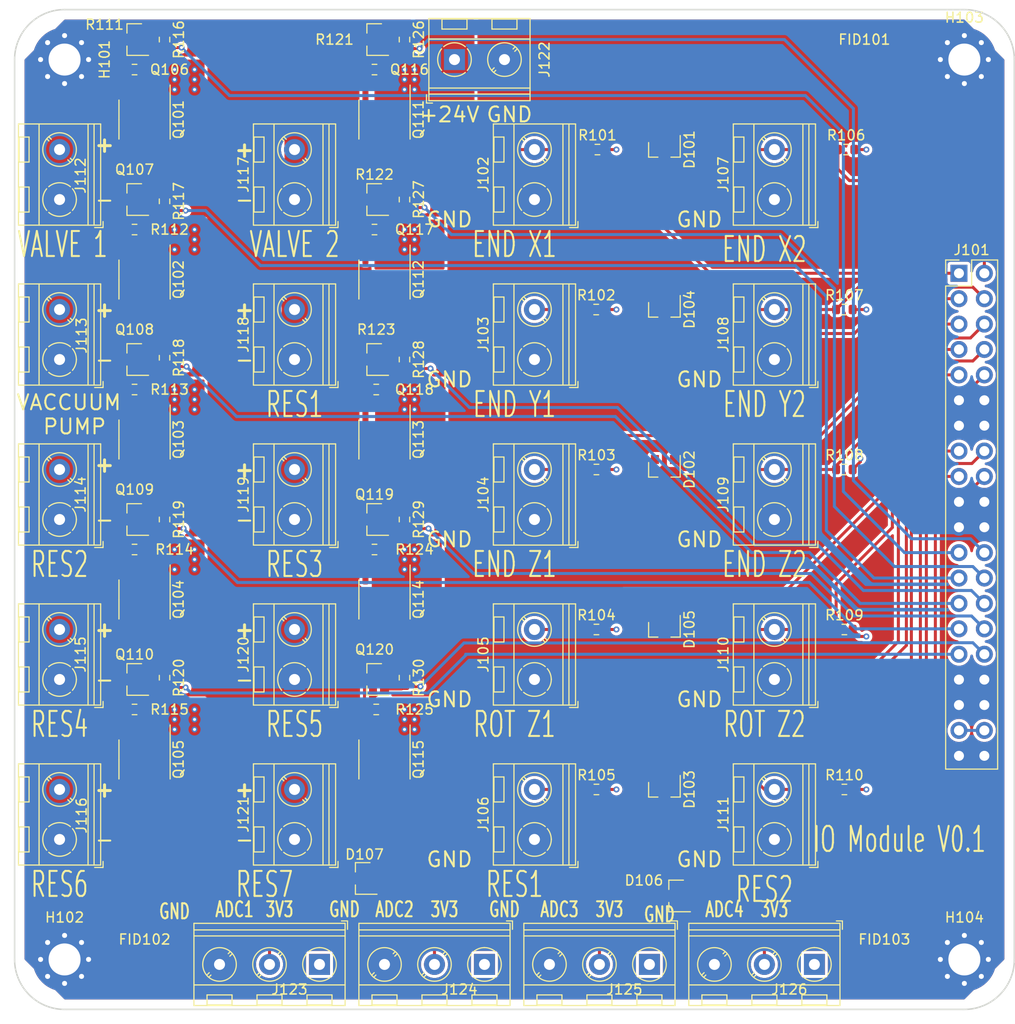
<source format=kicad_pcb>
(kicad_pcb (version 20171130) (host pcbnew 5.1.9-73d0e3b20d~88~ubuntu18.04.1)
  (layers (0 F.Cu signal) (1 In1.Cu power) (2 In2.Cu power) (31 B.Cu signal) (34 B.Paste user) (35 F.Paste user) (36 B.SilkS user) (37 F.SilkS user) (38 B.Mask user) (39 F.Mask user) (44 Edge.Cuts user))
  (net 0 "")
  (net 1 GND)
  (net 2 +3V3)
  (net 3 /OUTPUT_RES7)
  (net 4 /OUTPUT_RES6)
  (net 5 /OUTPUT_RES5)
  (net 6 /OUTPUT_RES4)
  (net 7 /OUTPUT_RES3)
  (net 8 /OUTPUT_RES2)
  (net 9 /OUTPUT_RES1)
  (net 10 /VACUUM_MOTOR)
  (net 11 /VENTIL2)
  (net 12 /VENTIL1)
  (net 13 /INPUT_RES2)
  (net 14 /INPUT_RES1)
  (net 15 /ENDSTOP_ROT2)
  (net 16 /ENDSTOP_ROT1)
  (net 17 /ENDSTOP_Z2)
  (net 18 /ENDSTEP_Z1)
  (net 19 /ENDSTOP_Y2)
  (net 20 /ENDSTOP_Y1)
  (net 21 /ENDSTOP_X2)
  (net 22 /ENDSTOP_X1)
  (net 23 +24V)
  (net 24 "Net-(Q101-Pad4)")
  (net 25 "Net-(Q102-Pad4)")
  (net 26 "Net-(Q103-Pad4)")
  (net 27 "Net-(Q104-Pad4)")
  (net 28 "Net-(Q105-Pad4)")
  (net 29 "Net-(Q111-Pad4)")
  (net 30 "Net-(Q112-Pad4)")
  (net 31 "Net-(Q113-Pad4)")
  (net 32 "Net-(Q114-Pad4)")
  (net 33 "Net-(Q115-Pad4)")
  (net 34 "Net-(J112-Pad2)")
  (net 35 "Net-(J113-Pad2)")
  (net 36 "Net-(J114-Pad2)")
  (net 37 "Net-(J115-Pad2)")
  (net 38 "Net-(J116-Pad2)")
  (net 39 "Net-(J117-Pad2)")
  (net 40 "Net-(J118-Pad2)")
  (net 41 "Net-(J119-Pad2)")
  (net 42 "Net-(J120-Pad2)")
  (net 43 "Net-(J121-Pad2)")
  (net 44 /ADC_RES3)
  (net 45 /ADC_RES4)
  (net 46 /ADC_RES1)
  (net 47 /ADC_RES2)
  (module TerminalBlock_RND:TerminalBlock_RND_205-00046_1x03_P5.00mm_Horizontal (layer F.Cu) (at 115 145.5 180)
    (fp_text reference J126 (at 2.5 -2.5) (layer F.SilkS))
    (fp_text value Screw_Terminal_01x03)
    (pad 3 thru_hole circle (at 10 0 180) (size 2.1 2.1) (drill 1.1) (layers *.Cu *.Mask) (net 1 GND))
    (pad 2 thru_hole circle (at 5 0 180) (size 2.1 2.1) (drill 1.1) (layers *.Cu *.Mask) (net 45 /ADC_RES4))
    (pad 1 thru_hole rect (at 0 0 180) (size 2.1 2.1) (drill 1.1) (layers *.Cu *.Mask) (net 2 +3V3))
  )
  (module TerminalBlock_RND:TerminalBlock_RND_205-00046_1x03_P5.00mm_Horizontal (layer F.Cu) (at 98.5 145.5 180)
    (fp_text reference J125 (at 2.5 -2.5) (layer F.SilkS))
    (fp_text value Screw_Terminal_01x03)
    (pad 3 thru_hole circle (at 10 0 180) (size 2.1 2.1) (drill 1.1) (layers *.Cu *.Mask) (net 1 GND))
    (pad 2 thru_hole circle (at 5 0 180) (size 2.1 2.1) (drill 1.1) (layers *.Cu *.Mask) (net 44 /ADC_RES3))
    (pad 1 thru_hole rect (at 0 0 180) (size 2.1 2.1) (drill 1.1) (layers *.Cu *.Mask) (net 2 +3V3))
  )
  (module TerminalBlock_RND:TerminalBlock_RND_205-00046_1x03_P5.00mm_Horizontal (layer F.Cu) (at 82 145.5 180)
    (fp_text reference J124 (at 2.5 -2.5) (layer F.SilkS))
    (fp_text value Screw_Terminal_01x03)
    (pad 3 thru_hole circle (at 10 0 180) (size 2.1 2.1) (drill 1.1) (layers *.Cu *.Mask) (net 1 GND))
    (pad 2 thru_hole circle (at 5 0 180) (size 2.1 2.1) (drill 1.1) (layers *.Cu *.Mask) (net 47 /ADC_RES2))
    (pad 1 thru_hole rect (at 0 0 180) (size 2.1 2.1) (drill 1.1) (layers *.Cu *.Mask) (net 2 +3V3))
  )
  (module TerminalBlock_RND:TerminalBlock_RND_205-00046_1x03_P5.00mm_Horizontal (layer F.Cu) (at 65.5 145.5 180)
    (fp_text reference J123 (at 3 -2.5) (layer F.SilkS))
    (fp_text value Screw_Terminal_01x03)
    (pad 3 thru_hole circle (at 10 0 180) (size 2.1 2.1) (drill 1.1) (layers *.Cu *.Mask) (net 1 GND))
    (pad 2 thru_hole circle (at 5 0 180) (size 2.1 2.1) (drill 1.1) (layers *.Cu *.Mask) (net 46 /ADC_RES1))
    (pad 1 thru_hole rect (at 0 0 180) (size 2.1 2.1) (drill 1.1) (layers *.Cu *.Mask) (net 2 +3V3))
  )
  (module Package_TO_SOT_SMD:SOT-23 (layer F.Cu) (at 69.85 136.9 180)
    (fp_text reference D107 (at -0.15 2.4) (layer F.SilkS))
    (fp_text value MMBZ9V1AL-7-F)
    (pad 3 smd rect (at 1 0 180) (size 0.9 0.8) (layers F.Cu F.Paste F.Mask) (net 1 GND))
    (pad 2 smd rect (at -1 0.95 180) (size 0.9 0.8) (layers F.Cu F.Paste F.Mask) (net 46 /ADC_RES1))
    (pad 1 smd rect (at -1 -0.95 180) (size 0.9 0.8) (layers F.Cu F.Paste F.Mask) (net 47 /ADC_RES2))
  )
  (module Package_TO_SOT_SMD:SOT-23 (layer F.Cu) (at 101.2 138.65 180)
    (fp_text reference D106 (at 3.25 1.55) (layer F.SilkS))
    (fp_text value MMBZ9V1AL-7-F)
    (pad 3 smd rect (at 1 0 180) (size 0.9 0.8) (layers F.Cu F.Paste F.Mask) (net 1 GND))
    (pad 2 smd rect (at -1 0.95 180) (size 0.9 0.8) (layers F.Cu F.Paste F.Mask) (net 44 /ADC_RES3))
    (pad 1 smd rect (at -1 -0.95 180) (size 0.9 0.8) (layers F.Cu F.Paste F.Mask) (net 45 /ADC_RES4))
  )
  (module Package_TO_SOT_SMD:SOT-23 (layer F.Cu) (at 100 112 270)
    (fp_text reference D105 (at 0 -2.5 90) (layer F.SilkS))
    (fp_text value MMBZ9V1AL-7-F)
    (pad 3 smd rect (at 1 0 270) (size 0.9 0.8) (layers F.Cu F.Paste F.Mask) (net 1 GND))
    (pad 2 smd rect (at -1 0.95 270) (size 0.9 0.8) (layers F.Cu F.Paste F.Mask) (net 16 /ENDSTOP_ROT1))
    (pad 1 smd rect (at -1 -0.95 270) (size 0.9 0.8) (layers F.Cu F.Paste F.Mask) (net 15 /ENDSTOP_ROT2))
  )
  (module Package_TO_SOT_SMD:SOT-23 (layer F.Cu) (at 100 80 270)
    (fp_text reference D104 (at 0 -2.5 90) (layer F.SilkS))
    (fp_text value MMBZ9V1AL-7-F)
    (pad 3 smd rect (at 1 0 270) (size 0.9 0.8) (layers F.Cu F.Paste F.Mask) (net 1 GND))
    (pad 2 smd rect (at -1 0.95 270) (size 0.9 0.8) (layers F.Cu F.Paste F.Mask) (net 20 /ENDSTOP_Y1))
    (pad 1 smd rect (at -1 -0.95 270) (size 0.9 0.8) (layers F.Cu F.Paste F.Mask) (net 19 /ENDSTOP_Y2))
  )
  (module Package_TO_SOT_SMD:SOT-23 (layer F.Cu) (at 100 128 270)
    (fp_text reference D103 (at 0 -2.5 90) (layer F.SilkS))
    (fp_text value MMBZ9V1AL-7-F)
    (pad 3 smd rect (at 1 0 270) (size 0.9 0.8) (layers F.Cu F.Paste F.Mask) (net 1 GND))
    (pad 2 smd rect (at -1 0.95 270) (size 0.9 0.8) (layers F.Cu F.Paste F.Mask) (net 14 /INPUT_RES1))
    (pad 1 smd rect (at -1 -0.95 270) (size 0.9 0.8) (layers F.Cu F.Paste F.Mask) (net 13 /INPUT_RES2))
  )
  (module Package_TO_SOT_SMD:SOT-23 (layer F.Cu) (at 100 96 270)
    (fp_text reference D102 (at 0 -2.5 90) (layer F.SilkS))
    (fp_text value MMBZ9V1AL-7-F)
    (pad 3 smd rect (at 1 0 270) (size 0.9 0.8) (layers F.Cu F.Paste F.Mask) (net 1 GND))
    (pad 2 smd rect (at -1 0.95 270) (size 0.9 0.8) (layers F.Cu F.Paste F.Mask) (net 18 /ENDSTEP_Z1))
    (pad 1 smd rect (at -1 -0.95 270) (size 0.9 0.8) (layers F.Cu F.Paste F.Mask) (net 17 /ENDSTOP_Z2))
  )
  (module Package_TO_SOT_SMD:SOT-23 (layer F.Cu) (at 100 64 270)
    (fp_text reference D101 (at 0 -2.5 90) (layer F.SilkS))
    (fp_text value MMBZ9V1AL-7-F)
    (pad 3 smd rect (at 1 0 270) (size 0.9 0.8) (layers F.Cu F.Paste F.Mask) (net 1 GND))
    (pad 2 smd rect (at -1 0.95 270) (size 0.9 0.8) (layers F.Cu F.Paste F.Mask) (net 22 /ENDSTOP_X1))
    (pad 1 smd rect (at -1 -0.95 270) (size 0.9 0.8) (layers F.Cu F.Paste F.Mask) (net 21 /ENDSTOP_X2))
  )
  (module Fiducial:Fiducial_1mm_Mask2mm (layer F.Cu) (at 122 145)
    (fp_text reference FID103 (at 0 -2) (layer F.SilkS))
    (fp_text value Fiducial)
    (pad "" smd circle (at 0 0) (size 1 1) (layers F.Cu F.Mask) (clearance 0.5))
  )
  (module Fiducial:Fiducial_1mm_Mask2mm (layer F.Cu) (at 48 145)
    (fp_text reference FID102 (at 0 -2) (layer F.SilkS))
    (fp_text value Fiducial)
    (pad "" smd circle (at 0 0) (size 1 1) (layers F.Cu F.Mask) (clearance 0.5))
  )
  (module Fiducial:Fiducial_1mm_Mask2mm (layer F.Cu) (at 120 55)
    (fp_text reference FID101 (at 0 -2) (layer F.SilkS))
    (fp_text value Fiducial)
    (pad "" smd circle (at 0 0) (size 1 1) (layers F.Cu F.Mask) (clearance 0.5))
  )
  (module ProjectFootprints:TerminalBlock_RND_205-00045_1x02_P5.00mm_Horizontal (layer F.Cu) (at 79 55)
    (fp_text reference J122 (at 9 0 90) (layer F.SilkS))
    (fp_text value Screw_Terminal_01x02)
    (pad 1 thru_hole rect (at 0 0) (size 2.1 2.1) (drill 1.1) (layers *.Cu *.Mask) (net 23 +24V))
    (pad 2 thru_hole circle (at 5 0) (size 2.1 2.1) (drill 1.1) (layers *.Cu *.Mask) (net 1 GND))
  )
  (module ProjectFootprints:TerminalBlock_RND_205-00045_1x02_P5.00mm_Horizontal (layer F.Cu) (at 63 133 90)
    (fp_text reference J121 (at 2.5 -5.11 90) (layer F.SilkS))
    (fp_text value Screw_Terminal_01x02)
    (pad 1 thru_hole rect (at 0 0 90) (size 2.1 2.1) (drill 1.1) (layers *.Cu *.Mask) (net 1 GND))
    (pad 2 thru_hole circle (at 5 0 90) (size 2.1 2.1) (drill 1.1) (layers *.Cu *.Mask) (net 43 "Net-(J121-Pad2)"))
  )
  (module ProjectFootprints:TerminalBlock_RND_205-00045_1x02_P5.00mm_Horizontal (layer F.Cu) (at 63 117 90)
    (fp_text reference J120 (at 2.5 -5.11 90) (layer F.SilkS))
    (fp_text value Screw_Terminal_01x02)
    (pad 1 thru_hole rect (at 0 0 90) (size 2.1 2.1) (drill 1.1) (layers *.Cu *.Mask) (net 1 GND))
    (pad 2 thru_hole circle (at 5 0 90) (size 2.1 2.1) (drill 1.1) (layers *.Cu *.Mask) (net 42 "Net-(J120-Pad2)"))
  )
  (module ProjectFootprints:TerminalBlock_RND_205-00045_1x02_P5.00mm_Horizontal (layer F.Cu) (at 63 101 90)
    (fp_text reference J119 (at 2.5 -5.11 90) (layer F.SilkS))
    (fp_text value Screw_Terminal_01x02)
    (pad 1 thru_hole rect (at 0 0 90) (size 2.1 2.1) (drill 1.1) (layers *.Cu *.Mask) (net 1 GND))
    (pad 2 thru_hole circle (at 5 0 90) (size 2.1 2.1) (drill 1.1) (layers *.Cu *.Mask) (net 41 "Net-(J119-Pad2)"))
  )
  (module ProjectFootprints:TerminalBlock_RND_205-00045_1x02_P5.00mm_Horizontal (layer F.Cu) (at 63 85 90)
    (fp_text reference J118 (at 2.5 -5.11 90) (layer F.SilkS))
    (fp_text value Screw_Terminal_01x02)
    (pad 1 thru_hole rect (at 0 0 90) (size 2.1 2.1) (drill 1.1) (layers *.Cu *.Mask) (net 1 GND))
    (pad 2 thru_hole circle (at 5 0 90) (size 2.1 2.1) (drill 1.1) (layers *.Cu *.Mask) (net 40 "Net-(J118-Pad2)"))
  )
  (module ProjectFootprints:TerminalBlock_RND_205-00045_1x02_P5.00mm_Horizontal (layer F.Cu) (at 63 69 90)
    (fp_text reference J117 (at 2.5 -5.11 90) (layer F.SilkS))
    (fp_text value Screw_Terminal_01x02)
    (pad 1 thru_hole rect (at 0 0 90) (size 2.1 2.1) (drill 1.1) (layers *.Cu *.Mask) (net 1 GND))
    (pad 2 thru_hole circle (at 5 0 90) (size 2.1 2.1) (drill 1.1) (layers *.Cu *.Mask) (net 39 "Net-(J117-Pad2)"))
  )
  (module ProjectFootprints:TerminalBlock_RND_205-00045_1x02_P5.00mm_Horizontal (layer F.Cu) (at 39.5 133 90)
    (fp_text reference J116 (at 2.4 2.2 90) (layer F.SilkS))
    (fp_text value Screw_Terminal_01x02)
    (pad 1 thru_hole rect (at 0 0 90) (size 2.1 2.1) (drill 1.1) (layers *.Cu *.Mask) (net 1 GND))
    (pad 2 thru_hole circle (at 5 0 90) (size 2.1 2.1) (drill 1.1) (layers *.Cu *.Mask) (net 38 "Net-(J116-Pad2)"))
  )
  (module ProjectFootprints:TerminalBlock_RND_205-00045_1x02_P5.00mm_Horizontal (layer F.Cu) (at 39.5 117 90)
    (fp_text reference J115 (at 2.5 2.1 90) (layer F.SilkS))
    (fp_text value Screw_Terminal_01x02)
    (pad 1 thru_hole rect (at 0 0 90) (size 2.1 2.1) (drill 1.1) (layers *.Cu *.Mask) (net 1 GND))
    (pad 2 thru_hole circle (at 5 0 90) (size 2.1 2.1) (drill 1.1) (layers *.Cu *.Mask) (net 37 "Net-(J115-Pad2)"))
  )
  (module ProjectFootprints:TerminalBlock_RND_205-00045_1x02_P5.00mm_Horizontal (layer F.Cu) (at 39.5 101 90)
    (fp_text reference J114 (at 2.5 2.1 90) (layer F.SilkS))
    (fp_text value Screw_Terminal_01x02)
    (pad 1 thru_hole rect (at 0 0 90) (size 2.1 2.1) (drill 1.1) (layers *.Cu *.Mask) (net 1 GND))
    (pad 2 thru_hole circle (at 5 0 90) (size 2.1 2.1) (drill 1.1) (layers *.Cu *.Mask) (net 36 "Net-(J114-Pad2)"))
  )
  (module ProjectFootprints:TerminalBlock_RND_205-00045_1x02_P5.00mm_Horizontal (layer F.Cu) (at 39.5 85 90)
    (fp_text reference J113 (at 2.4 2.2 90) (layer F.SilkS))
    (fp_text value Screw_Terminal_01x02)
    (pad 1 thru_hole rect (at 0 0 90) (size 2.1 2.1) (drill 1.1) (layers *.Cu *.Mask) (net 1 GND))
    (pad 2 thru_hole circle (at 5 0 90) (size 2.1 2.1) (drill 1.1) (layers *.Cu *.Mask) (net 35 "Net-(J113-Pad2)"))
  )
  (module ProjectFootprints:TerminalBlock_RND_205-00045_1x02_P5.00mm_Horizontal (layer F.Cu) (at 39.5 69 90)
    (fp_text reference J112 (at 2.4 2.1 90) (layer F.SilkS))
    (fp_text value Screw_Terminal_01x02)
    (pad 1 thru_hole rect (at 0 0 90) (size 2.1 2.1) (drill 1.1) (layers *.Cu *.Mask) (net 1 GND))
    (pad 2 thru_hole circle (at 5 0 90) (size 2.1 2.1) (drill 1.1) (layers *.Cu *.Mask) (net 34 "Net-(J112-Pad2)"))
  )
  (module ProjectFootprints:TerminalBlock_RND_205-00045_1x02_P5.00mm_Horizontal (layer F.Cu) (at 111 133 90)
    (fp_text reference J111 (at 2.5 -5.11 90) (layer F.SilkS))
    (fp_text value Screw_Terminal_01x02)
    (pad 1 thru_hole rect (at 0 0 90) (size 2.1 2.1) (drill 1.1) (layers *.Cu *.Mask) (net 1 GND))
    (pad 2 thru_hole circle (at 5 0 90) (size 2.1 2.1) (drill 1.1) (layers *.Cu *.Mask) (net 13 /INPUT_RES2))
  )
  (module ProjectFootprints:TerminalBlock_RND_205-00045_1x02_P5.00mm_Horizontal (layer F.Cu) (at 111 117 90)
    (fp_text reference J110 (at 2.5 -5.11 90) (layer F.SilkS))
    (fp_text value Screw_Terminal_01x02)
    (pad 1 thru_hole rect (at 0 0 90) (size 2.1 2.1) (drill 1.1) (layers *.Cu *.Mask) (net 1 GND))
    (pad 2 thru_hole circle (at 5 0 90) (size 2.1 2.1) (drill 1.1) (layers *.Cu *.Mask) (net 15 /ENDSTOP_ROT2))
  )
  (module ProjectFootprints:TerminalBlock_RND_205-00045_1x02_P5.00mm_Horizontal (layer F.Cu) (at 111 101 90)
    (fp_text reference J109 (at 2.5 -5.11 90) (layer F.SilkS))
    (fp_text value Screw_Terminal_01x02)
    (pad 1 thru_hole rect (at 0 0 90) (size 2.1 2.1) (drill 1.1) (layers *.Cu *.Mask) (net 1 GND))
    (pad 2 thru_hole circle (at 5 0 90) (size 2.1 2.1) (drill 1.1) (layers *.Cu *.Mask) (net 17 /ENDSTOP_Z2))
  )
  (module ProjectFootprints:TerminalBlock_RND_205-00045_1x02_P5.00mm_Horizontal (layer F.Cu) (at 111 85 90)
    (fp_text reference J108 (at 2.5 -5.11 90) (layer F.SilkS))
    (fp_text value Screw_Terminal_01x02)
    (pad 1 thru_hole rect (at 0 0 90) (size 2.1 2.1) (drill 1.1) (layers *.Cu *.Mask) (net 1 GND))
    (pad 2 thru_hole circle (at 5 0 90) (size 2.1 2.1) (drill 1.1) (layers *.Cu *.Mask) (net 19 /ENDSTOP_Y2))
  )
  (module ProjectFootprints:TerminalBlock_RND_205-00045_1x02_P5.00mm_Horizontal (layer F.Cu) (at 111 69 90)
    (fp_text reference J107 (at 2.5 -5.11 90) (layer F.SilkS))
    (fp_text value Screw_Terminal_01x02)
    (pad 1 thru_hole rect (at 0 0 90) (size 2.1 2.1) (drill 1.1) (layers *.Cu *.Mask) (net 1 GND))
    (pad 2 thru_hole circle (at 5 0 90) (size 2.1 2.1) (drill 1.1) (layers *.Cu *.Mask) (net 21 /ENDSTOP_X2))
  )
  (module ProjectFootprints:TerminalBlock_RND_205-00045_1x02_P5.00mm_Horizontal (layer F.Cu) (at 87 133 90)
    (fp_text reference J106 (at 2.5 -5.11 90) (layer F.SilkS))
    (fp_text value Screw_Terminal_01x02)
    (pad 1 thru_hole rect (at 0 0 90) (size 2.1 2.1) (drill 1.1) (layers *.Cu *.Mask) (net 1 GND))
    (pad 2 thru_hole circle (at 5 0 90) (size 2.1 2.1) (drill 1.1) (layers *.Cu *.Mask) (net 14 /INPUT_RES1))
  )
  (module ProjectFootprints:TerminalBlock_RND_205-00045_1x02_P5.00mm_Horizontal (layer F.Cu) (at 87 117 90)
    (fp_text reference J105 (at 2.5 -5.11 90) (layer F.SilkS))
    (fp_text value Screw_Terminal_01x02)
    (pad 1 thru_hole rect (at 0 0 90) (size 2.1 2.1) (drill 1.1) (layers *.Cu *.Mask) (net 1 GND))
    (pad 2 thru_hole circle (at 5 0 90) (size 2.1 2.1) (drill 1.1) (layers *.Cu *.Mask) (net 16 /ENDSTOP_ROT1))
  )
  (module ProjectFootprints:TerminalBlock_RND_205-00045_1x02_P5.00mm_Horizontal (layer F.Cu) (at 87 101 90)
    (fp_text reference J104 (at 2.5 -5.11 90) (layer F.SilkS))
    (fp_text value Screw_Terminal_01x02)
    (pad 1 thru_hole rect (at 0 0 90) (size 2.1 2.1) (drill 1.1) (layers *.Cu *.Mask) (net 1 GND))
    (pad 2 thru_hole circle (at 5 0 90) (size 2.1 2.1) (drill 1.1) (layers *.Cu *.Mask) (net 18 /ENDSTEP_Z1))
  )
  (module ProjectFootprints:TerminalBlock_RND_205-00045_1x02_P5.00mm_Horizontal (layer F.Cu) (at 87 85 90)
    (fp_text reference J103 (at 2.5 -5.11 90) (layer F.SilkS))
    (fp_text value Screw_Terminal_01x02)
    (pad 1 thru_hole rect (at 0 0 90) (size 2.1 2.1) (drill 1.1) (layers *.Cu *.Mask) (net 1 GND))
    (pad 2 thru_hole circle (at 5 0 90) (size 2.1 2.1) (drill 1.1) (layers *.Cu *.Mask) (net 20 /ENDSTOP_Y1))
  )
  (module ProjectFootprints:TerminalBlock_RND_205-00045_1x02_P5.00mm_Horizontal (layer F.Cu) (at 87 69 90)
    (fp_text reference J102 (at 2.5 -5.11 90) (layer F.SilkS))
    (fp_text value Screw_Terminal_01x02)
    (pad 1 thru_hole rect (at 0 0 90) (size 2.1 2.1) (drill 1.1) (layers *.Cu *.Mask) (net 1 GND))
    (pad 2 thru_hole circle (at 5 0 90) (size 2.1 2.1) (drill 1.1) (layers *.Cu *.Mask) (net 22 /ENDSTOP_X1))
  )
  (module Resistor_SMD:R_0603_1608Metric (layer F.Cu) (at 74 116.825 270)
    (fp_text reference R130 (at 0 -1.43 90) (layer F.SilkS))
    (fp_text value 88K7)
    (pad 2 smd roundrect (at 0.825 0 270) (size 0.8 0.95) (layers F.Cu F.Paste F.Mask) (net 3 /OUTPUT_RES7))
    (pad 1 smd roundrect (at -0.825 0 270) (size 0.8 0.95) (layers F.Cu F.Paste F.Mask) (net 1 GND))
  )
  (module Resistor_SMD:R_0603_1608Metric (layer F.Cu) (at 74 101 270)
    (fp_text reference R129 (at 0 -1.43 90) (layer F.SilkS))
    (fp_text value 88K7)
    (pad 2 smd roundrect (at 0.825 0 270) (size 0.8 0.95) (layers F.Cu F.Paste F.Mask) (net 5 /OUTPUT_RES5))
    (pad 1 smd roundrect (at -0.825 0 270) (size 0.8 0.95) (layers F.Cu F.Paste F.Mask) (net 1 GND))
  )
  (module Resistor_SMD:R_0603_1608Metric (layer F.Cu) (at 74 85 270)
    (fp_text reference R128 (at 0 -1.43 90) (layer F.SilkS))
    (fp_text value 88K7)
    (pad 2 smd roundrect (at 0.825 0 270) (size 0.8 0.95) (layers F.Cu F.Paste F.Mask) (net 7 /OUTPUT_RES3))
    (pad 1 smd roundrect (at -0.825 0 270) (size 0.8 0.95) (layers F.Cu F.Paste F.Mask) (net 1 GND))
  )
  (module Resistor_SMD:R_0603_1608Metric (layer F.Cu) (at 74 69 270)
    (fp_text reference R127 (at 0 -1.43 90) (layer F.SilkS))
    (fp_text value 88K7)
    (pad 2 smd roundrect (at 0.825 0 270) (size 0.8 0.95) (layers F.Cu F.Paste F.Mask) (net 9 /OUTPUT_RES1))
    (pad 1 smd roundrect (at -0.825 0 270) (size 0.8 0.95) (layers F.Cu F.Paste F.Mask) (net 1 GND))
  )
  (module Resistor_SMD:R_0603_1608Metric (layer F.Cu) (at 74 53 270)
    (fp_text reference R126 (at 0 -1.43 90) (layer F.SilkS))
    (fp_text value 88K7)
    (pad 2 smd roundrect (at 0.825 0 270) (size 0.8 0.95) (layers F.Cu F.Paste F.Mask) (net 11 /VENTIL2))
    (pad 1 smd roundrect (at -0.825 0 270) (size 0.8 0.95) (layers F.Cu F.Paste F.Mask) (net 1 GND))
  )
  (module Resistor_SMD:R_0603_1608Metric (layer F.Cu) (at 71.175 120)
    (fp_text reference R125 (at 3.825 0) (layer F.SilkS))
    (fp_text value 88K7)
    (pad 2 smd roundrect (at 0.825 0) (size 0.8 0.95) (layers F.Cu F.Paste F.Mask) (net 23 +24V))
    (pad 1 smd roundrect (at -0.825 0) (size 0.8 0.95) (layers F.Cu F.Paste F.Mask) (net 33 "Net-(Q115-Pad4)"))
  )
  (module Resistor_SMD:R_0603_1608Metric (layer F.Cu) (at 71 104)
    (fp_text reference R124 (at 4 0) (layer F.SilkS))
    (fp_text value 88K7)
    (pad 2 smd roundrect (at 0.825 0) (size 0.8 0.95) (layers F.Cu F.Paste F.Mask) (net 23 +24V))
    (pad 1 smd roundrect (at -0.825 0) (size 0.8 0.95) (layers F.Cu F.Paste F.Mask) (net 32 "Net-(Q114-Pad4)"))
  )
  (module Resistor_SMD:R_0603_1608Metric (layer F.Cu) (at 71.175 88)
    (fp_text reference R123 (at 0 -6) (layer F.SilkS))
    (fp_text value 88K7)
    (pad 2 smd roundrect (at 0.825 0) (size 0.8 0.95) (layers F.Cu F.Paste F.Mask) (net 23 +24V))
    (pad 1 smd roundrect (at -0.825 0) (size 0.8 0.95) (layers F.Cu F.Paste F.Mask) (net 31 "Net-(Q113-Pad4)"))
  )
  (module Resistor_SMD:R_0603_1608Metric (layer F.Cu) (at 71 72)
    (fp_text reference R122 (at 0 -5.5) (layer F.SilkS))
    (fp_text value 88K7)
    (pad 2 smd roundrect (at 0.825 0) (size 0.8 0.95) (layers F.Cu F.Paste F.Mask) (net 23 +24V))
    (pad 1 smd roundrect (at -0.825 0) (size 0.8 0.95) (layers F.Cu F.Paste F.Mask) (net 30 "Net-(Q112-Pad4)"))
  )
  (module Resistor_SMD:R_0603_1608Metric (layer F.Cu) (at 71 56)
    (fp_text reference R121 (at -4 -3) (layer F.SilkS))
    (fp_text value 88K7)
    (pad 2 smd roundrect (at 0.825 0) (size 0.8 0.95) (layers F.Cu F.Paste F.Mask) (net 23 +24V))
    (pad 1 smd roundrect (at -0.825 0) (size 0.8 0.95) (layers F.Cu F.Paste F.Mask) (net 29 "Net-(Q111-Pad4)"))
  )
  (module Resistor_SMD:R_0603_1608Metric (layer F.Cu) (at 50 116.825 270)
    (fp_text reference R120 (at 0 -1.43 90) (layer F.SilkS))
    (fp_text value 88K7)
    (pad 2 smd roundrect (at 0.825 0 270) (size 0.8 0.95) (layers F.Cu F.Paste F.Mask) (net 4 /OUTPUT_RES6))
    (pad 1 smd roundrect (at -0.825 0 270) (size 0.8 0.95) (layers F.Cu F.Paste F.Mask) (net 1 GND))
  )
  (module Resistor_SMD:R_0603_1608Metric (layer F.Cu) (at 50 101 270)
    (fp_text reference R119 (at 0 -1.43 90) (layer F.SilkS))
    (fp_text value 88K7)
    (pad 2 smd roundrect (at 0.825 0 270) (size 0.8 0.95) (layers F.Cu F.Paste F.Mask) (net 6 /OUTPUT_RES4))
    (pad 1 smd roundrect (at -0.825 0 270) (size 0.8 0.95) (layers F.Cu F.Paste F.Mask) (net 1 GND))
  )
  (module Resistor_SMD:R_0603_1608Metric (layer F.Cu) (at 50 84.825 270)
    (fp_text reference R118 (at 0 -1.43 90) (layer F.SilkS))
    (fp_text value 88K7)
    (pad 2 smd roundrect (at 0.825 0 270) (size 0.8 0.95) (layers F.Cu F.Paste F.Mask) (net 8 /OUTPUT_RES2))
    (pad 1 smd roundrect (at -0.825 0 270) (size 0.8 0.95) (layers F.Cu F.Paste F.Mask) (net 1 GND))
  )
  (module Resistor_SMD:R_0603_1608Metric (layer F.Cu) (at 50 69.175 270)
    (fp_text reference R117 (at 0 -1.43 90) (layer F.SilkS))
    (fp_text value 88K7)
    (pad 2 smd roundrect (at 0.825 0 270) (size 0.8 0.95) (layers F.Cu F.Paste F.Mask) (net 10 /VACUUM_MOTOR))
    (pad 1 smd roundrect (at -0.825 0 270) (size 0.8 0.95) (layers F.Cu F.Paste F.Mask) (net 1 GND))
  )
  (module Resistor_SMD:R_0603_1608Metric (layer F.Cu) (at 50 53 270)
    (fp_text reference R116 (at 0 -1.43 90) (layer F.SilkS))
    (fp_text value 88K7)
    (pad 2 smd roundrect (at 0.825 0 270) (size 0.8 0.95) (layers F.Cu F.Paste F.Mask) (net 12 /VENTIL1))
    (pad 1 smd roundrect (at -0.825 0 270) (size 0.8 0.95) (layers F.Cu F.Paste F.Mask) (net 1 GND))
  )
  (module Resistor_SMD:R_0603_1608Metric (layer F.Cu) (at 47 120)
    (fp_text reference R115 (at 3.5 0) (layer F.SilkS))
    (fp_text value 88K7)
    (pad 2 smd roundrect (at 0.825 0) (size 0.8 0.95) (layers F.Cu F.Paste F.Mask) (net 23 +24V))
    (pad 1 smd roundrect (at -0.825 0) (size 0.8 0.95) (layers F.Cu F.Paste F.Mask) (net 28 "Net-(Q105-Pad4)"))
  )
  (module Resistor_SMD:R_0603_1608Metric (layer F.Cu) (at 47 104)
    (fp_text reference R114 (at 4 0) (layer F.SilkS))
    (fp_text value 88K7)
    (pad 2 smd roundrect (at 0.825 0) (size 0.8 0.95) (layers F.Cu F.Paste F.Mask) (net 23 +24V))
    (pad 1 smd roundrect (at -0.825 0) (size 0.8 0.95) (layers F.Cu F.Paste F.Mask) (net 27 "Net-(Q104-Pad4)"))
  )
  (module Resistor_SMD:R_0603_1608Metric (layer F.Cu) (at 47 88)
    (fp_text reference R113 (at 3.5 0) (layer F.SilkS))
    (fp_text value 88K7)
    (pad 2 smd roundrect (at 0.825 0) (size 0.8 0.95) (layers F.Cu F.Paste F.Mask) (net 23 +24V))
    (pad 1 smd roundrect (at -0.825 0) (size 0.8 0.95) (layers F.Cu F.Paste F.Mask) (net 26 "Net-(Q103-Pad4)"))
  )
  (module Resistor_SMD:R_0603_1608Metric (layer F.Cu) (at 47 72)
    (fp_text reference R112 (at 3.5 0) (layer F.SilkS))
    (fp_text value 88K7)
    (pad 2 smd roundrect (at 0.825 0) (size 0.8 0.95) (layers F.Cu F.Paste F.Mask) (net 23 +24V))
    (pad 1 smd roundrect (at -0.825 0) (size 0.8 0.95) (layers F.Cu F.Paste F.Mask) (net 25 "Net-(Q102-Pad4)"))
  )
  (module Resistor_SMD:R_0603_1608Metric (layer F.Cu) (at 47 56)
    (fp_text reference R111 (at -3 -4.5) (layer F.SilkS))
    (fp_text value 88K7)
    (pad 2 smd roundrect (at 0.825 0) (size 0.8 0.95) (layers F.Cu F.Paste F.Mask) (net 23 +24V))
    (pad 1 smd roundrect (at -0.825 0) (size 0.8 0.95) (layers F.Cu F.Paste F.Mask) (net 24 "Net-(Q101-Pad4)"))
  )
  (module Resistor_SMD:R_0603_1608Metric (layer F.Cu) (at 118 128)
    (fp_text reference R110 (at 0 -1.43) (layer F.SilkS))
    (fp_text value 10K)
    (pad 2 smd roundrect (at 0.825 0) (size 0.8 0.95) (layers F.Cu F.Paste F.Mask) (net 2 +3V3))
    (pad 1 smd roundrect (at -0.825 0) (size 0.8 0.95) (layers F.Cu F.Paste F.Mask) (net 13 /INPUT_RES2))
  )
  (module Resistor_SMD:R_0603_1608Metric (layer F.Cu) (at 118 112)
    (fp_text reference R109 (at 0 -1.43) (layer F.SilkS))
    (fp_text value 10K)
    (pad 2 smd roundrect (at 0.825 0) (size 0.8 0.95) (layers F.Cu F.Paste F.Mask) (net 2 +3V3))
    (pad 1 smd roundrect (at -0.825 0) (size 0.8 0.95) (layers F.Cu F.Paste F.Mask) (net 15 /ENDSTOP_ROT2))
  )
  (module Resistor_SMD:R_0603_1608Metric (layer F.Cu) (at 118 96)
    (fp_text reference R108 (at 0 -1.43) (layer F.SilkS))
    (fp_text value 10K)
    (pad 2 smd roundrect (at 0.825 0) (size 0.8 0.95) (layers F.Cu F.Paste F.Mask) (net 2 +3V3))
    (pad 1 smd roundrect (at -0.825 0) (size 0.8 0.95) (layers F.Cu F.Paste F.Mask) (net 17 /ENDSTOP_Z2))
  )
  (module Resistor_SMD:R_0603_1608Metric (layer F.Cu) (at 118 80)
    (fp_text reference R107 (at 0 -1.43) (layer F.SilkS))
    (fp_text value 10K)
    (pad 2 smd roundrect (at 0.825 0) (size 0.8 0.95) (layers F.Cu F.Paste F.Mask) (net 2 +3V3))
    (pad 1 smd roundrect (at -0.825 0) (size 0.8 0.95) (layers F.Cu F.Paste F.Mask) (net 19 /ENDSTOP_Y2))
  )
  (module Resistor_SMD:R_0603_1608Metric (layer F.Cu) (at 118.175 64)
    (fp_text reference R106 (at 0 -1.43) (layer F.SilkS))
    (fp_text value 10K)
    (pad 2 smd roundrect (at 0.825 0) (size 0.8 0.95) (layers F.Cu F.Paste F.Mask) (net 2 +3V3))
    (pad 1 smd roundrect (at -0.825 0) (size 0.8 0.95) (layers F.Cu F.Paste F.Mask) (net 21 /ENDSTOP_X2))
  )
  (module Resistor_SMD:R_0603_1608Metric (layer F.Cu) (at 93.2 128)
    (fp_text reference R105 (at 0 -1.43) (layer F.SilkS))
    (fp_text value 10K)
    (pad 2 smd roundrect (at 0.825 0) (size 0.8 0.95) (layers F.Cu F.Paste F.Mask) (net 2 +3V3))
    (pad 1 smd roundrect (at -0.825 0) (size 0.8 0.95) (layers F.Cu F.Paste F.Mask) (net 14 /INPUT_RES1))
  )
  (module Resistor_SMD:R_0603_1608Metric (layer F.Cu) (at 93.2 112)
    (fp_text reference R104 (at 0 -1.43) (layer F.SilkS))
    (fp_text value 10K)
    (pad 2 smd roundrect (at 0.825 0) (size 0.8 0.95) (layers F.Cu F.Paste F.Mask) (net 2 +3V3))
    (pad 1 smd roundrect (at -0.825 0) (size 0.8 0.95) (layers F.Cu F.Paste F.Mask) (net 16 /ENDSTOP_ROT1))
  )
  (module Resistor_SMD:R_0603_1608Metric (layer F.Cu) (at 93.2 96)
    (fp_text reference R103 (at 0 -1.43) (layer F.SilkS))
    (fp_text value 10K)
    (pad 2 smd roundrect (at 0.825 0) (size 0.8 0.95) (layers F.Cu F.Paste F.Mask) (net 2 +3V3))
    (pad 1 smd roundrect (at -0.825 0) (size 0.8 0.95) (layers F.Cu F.Paste F.Mask) (net 18 /ENDSTEP_Z1))
  )
  (module Resistor_SMD:R_0603_1608Metric (layer F.Cu) (at 93.175 80)
    (fp_text reference R102 (at 0 -1.43) (layer F.SilkS))
    (fp_text value 10K)
    (pad 2 smd roundrect (at 0.825 0) (size 0.8 0.95) (layers F.Cu F.Paste F.Mask) (net 2 +3V3))
    (pad 1 smd roundrect (at -0.825 0) (size 0.8 0.95) (layers F.Cu F.Paste F.Mask) (net 20 /ENDSTOP_Y1))
  )
  (module Resistor_SMD:R_0603_1608Metric (layer F.Cu) (at 93.3 64)
    (fp_text reference R101 (at 0 -1.43) (layer F.SilkS))
    (fp_text value 10K)
    (pad 2 smd roundrect (at 0.825 0) (size 0.8 0.95) (layers F.Cu F.Paste F.Mask) (net 2 +3V3))
    (pad 1 smd roundrect (at -0.825 0) (size 0.8 0.95) (layers F.Cu F.Paste F.Mask) (net 22 /ENDSTOP_X1))
  )
  (module Package_TO_SOT_SMD:SOT-23 (layer F.Cu) (at 71 117 180)
    (fp_text reference Q120 (at 0 3) (layer F.SilkS))
    (fp_text value 2N7002)
    (pad 3 smd rect (at 1 0 180) (size 0.9 0.8) (layers F.Cu F.Paste F.Mask) (net 33 "Net-(Q115-Pad4)"))
    (pad 2 smd rect (at -1 0.95 180) (size 0.9 0.8) (layers F.Cu F.Paste F.Mask) (net 1 GND))
    (pad 1 smd rect (at -1 -0.95 180) (size 0.9 0.8) (layers F.Cu F.Paste F.Mask) (net 3 /OUTPUT_RES7))
  )
  (module Package_TO_SOT_SMD:SOT-23 (layer F.Cu) (at 71 101 180)
    (fp_text reference Q119 (at 0 2.5) (layer F.SilkS))
    (fp_text value 2N7002)
    (pad 3 smd rect (at 1 0 180) (size 0.9 0.8) (layers F.Cu F.Paste F.Mask) (net 32 "Net-(Q114-Pad4)"))
    (pad 2 smd rect (at -1 0.95 180) (size 0.9 0.8) (layers F.Cu F.Paste F.Mask) (net 1 GND))
    (pad 1 smd rect (at -1 -0.95 180) (size 0.9 0.8) (layers F.Cu F.Paste F.Mask) (net 5 /OUTPUT_RES5))
  )
  (module Package_TO_SOT_SMD:SOT-23 (layer F.Cu) (at 71 85 180)
    (fp_text reference Q118 (at -4 -3) (layer F.SilkS))
    (fp_text value 2N7002)
    (pad 3 smd rect (at 1 0 180) (size 0.9 0.8) (layers F.Cu F.Paste F.Mask) (net 31 "Net-(Q113-Pad4)"))
    (pad 2 smd rect (at -1 0.95 180) (size 0.9 0.8) (layers F.Cu F.Paste F.Mask) (net 1 GND))
    (pad 1 smd rect (at -1 -0.95 180) (size 0.9 0.8) (layers F.Cu F.Paste F.Mask) (net 7 /OUTPUT_RES3))
  )
  (module Package_TO_SOT_SMD:SOT-23 (layer F.Cu) (at 71 69 180)
    (fp_text reference Q117 (at -4 -3) (layer F.SilkS))
    (fp_text value 2N7002)
    (pad 3 smd rect (at 1 0 180) (size 0.9 0.8) (layers F.Cu F.Paste F.Mask) (net 30 "Net-(Q112-Pad4)"))
    (pad 2 smd rect (at -1 0.95 180) (size 0.9 0.8) (layers F.Cu F.Paste F.Mask) (net 1 GND))
    (pad 1 smd rect (at -1 -0.95 180) (size 0.9 0.8) (layers F.Cu F.Paste F.Mask) (net 9 /OUTPUT_RES1))
  )
  (module Package_TO_SOT_SMD:SOT-23 (layer F.Cu) (at 71 53 180)
    (fp_text reference Q116 (at -3.5 -3) (layer F.SilkS))
    (fp_text value 2N7002)
    (pad 3 smd rect (at 1 0 180) (size 0.9 0.8) (layers F.Cu F.Paste F.Mask) (net 29 "Net-(Q111-Pad4)"))
    (pad 2 smd rect (at -1 0.95 180) (size 0.9 0.8) (layers F.Cu F.Paste F.Mask) (net 1 GND))
    (pad 1 smd rect (at -1 -0.95 180) (size 0.9 0.8) (layers F.Cu F.Paste F.Mask) (net 11 /VENTIL2))
  )
  (module Package_SO:SOIC-8_3.9x4.9mm_P1.27mm (layer F.Cu) (at 72 125 270)
    (fp_text reference Q115 (at 0 -3.4 90) (layer F.SilkS))
    (fp_text value Si4431CDY)
    (pad 8 smd roundrect (at 2.475 -1.905 270) (size 1.95 0.6) (layers F.Cu F.Paste F.Mask) (net 43 "Net-(J121-Pad2)"))
    (pad 7 smd roundrect (at 2.475 -0.635 270) (size 1.95 0.6) (layers F.Cu F.Paste F.Mask) (net 43 "Net-(J121-Pad2)"))
    (pad 6 smd roundrect (at 2.475 0.635 270) (size 1.95 0.6) (layers F.Cu F.Paste F.Mask) (net 43 "Net-(J121-Pad2)"))
    (pad 5 smd roundrect (at 2.475 1.905 270) (size 1.95 0.6) (layers F.Cu F.Paste F.Mask) (net 43 "Net-(J121-Pad2)"))
    (pad 4 smd roundrect (at -2.475 1.905 270) (size 1.95 0.6) (layers F.Cu F.Paste F.Mask) (net 33 "Net-(Q115-Pad4)"))
    (pad 3 smd roundrect (at -2.475 0.635 270) (size 1.95 0.6) (layers F.Cu F.Paste F.Mask) (net 23 +24V))
    (pad 2 smd roundrect (at -2.475 -0.635 270) (size 1.95 0.6) (layers F.Cu F.Paste F.Mask) (net 23 +24V))
    (pad 1 smd roundrect (at -2.475 -1.905 270) (size 1.95 0.6) (layers F.Cu F.Paste F.Mask) (net 23 +24V))
  )
  (module Package_SO:SOIC-8_3.9x4.9mm_P1.27mm (layer F.Cu) (at 72 109 270)
    (fp_text reference Q114 (at 0 -3.4 90) (layer F.SilkS))
    (fp_text value Si4431CDY)
    (pad 8 smd roundrect (at 2.475 -1.905 270) (size 1.95 0.6) (layers F.Cu F.Paste F.Mask) (net 42 "Net-(J120-Pad2)"))
    (pad 7 smd roundrect (at 2.475 -0.635 270) (size 1.95 0.6) (layers F.Cu F.Paste F.Mask) (net 42 "Net-(J120-Pad2)"))
    (pad 6 smd roundrect (at 2.475 0.635 270) (size 1.95 0.6) (layers F.Cu F.Paste F.Mask) (net 42 "Net-(J120-Pad2)"))
    (pad 5 smd roundrect (at 2.475 1.905 270) (size 1.95 0.6) (layers F.Cu F.Paste F.Mask) (net 42 "Net-(J120-Pad2)"))
    (pad 4 smd roundrect (at -2.475 1.905 270) (size 1.95 0.6) (layers F.Cu F.Paste F.Mask) (net 32 "Net-(Q114-Pad4)"))
    (pad 3 smd roundrect (at -2.475 0.635 270) (size 1.95 0.6) (layers F.Cu F.Paste F.Mask) (net 23 +24V))
    (pad 2 smd roundrect (at -2.475 -0.635 270) (size 1.95 0.6) (layers F.Cu F.Paste F.Mask) (net 23 +24V))
    (pad 1 smd roundrect (at -2.475 -1.905 270) (size 1.95 0.6) (layers F.Cu F.Paste F.Mask) (net 23 +24V))
  )
  (module Package_SO:SOIC-8_3.9x4.9mm_P1.27mm (layer F.Cu) (at 72 93 270)
    (fp_text reference Q113 (at 0 -3.4 90) (layer F.SilkS))
    (fp_text value Si4431CDY)
    (pad 8 smd roundrect (at 2.475 -1.905 270) (size 1.95 0.6) (layers F.Cu F.Paste F.Mask) (net 41 "Net-(J119-Pad2)"))
    (pad 7 smd roundrect (at 2.475 -0.635 270) (size 1.95 0.6) (layers F.Cu F.Paste F.Mask) (net 41 "Net-(J119-Pad2)"))
    (pad 6 smd roundrect (at 2.475 0.635 270) (size 1.95 0.6) (layers F.Cu F.Paste F.Mask) (net 41 "Net-(J119-Pad2)"))
    (pad 5 smd roundrect (at 2.475 1.905 270) (size 1.95 0.6) (layers F.Cu F.Paste F.Mask) (net 41 "Net-(J119-Pad2)"))
    (pad 4 smd roundrect (at -2.475 1.905 270) (size 1.95 0.6) (layers F.Cu F.Paste F.Mask) (net 31 "Net-(Q113-Pad4)"))
    (pad 3 smd roundrect (at -2.475 0.635 270) (size 1.95 0.6) (layers F.Cu F.Paste F.Mask) (net 23 +24V))
    (pad 2 smd roundrect (at -2.475 -0.635 270) (size 1.95 0.6) (layers F.Cu F.Paste F.Mask) (net 23 +24V))
    (pad 1 smd roundrect (at -2.475 -1.905 270) (size 1.95 0.6) (layers F.Cu F.Paste F.Mask) (net 23 +24V))
  )
  (module Package_SO:SOIC-8_3.9x4.9mm_P1.27mm (layer F.Cu) (at 72 77 270)
    (fp_text reference Q112 (at 0 -3.4 90) (layer F.SilkS))
    (fp_text value Si4431CDY)
    (pad 8 smd roundrect (at 2.475 -1.905 270) (size 1.95 0.6) (layers F.Cu F.Paste F.Mask) (net 40 "Net-(J118-Pad2)"))
    (pad 7 smd roundrect (at 2.475 -0.635 270) (size 1.95 0.6) (layers F.Cu F.Paste F.Mask) (net 40 "Net-(J118-Pad2)"))
    (pad 6 smd roundrect (at 2.475 0.635 270) (size 1.95 0.6) (layers F.Cu F.Paste F.Mask) (net 40 "Net-(J118-Pad2)"))
    (pad 5 smd roundrect (at 2.475 1.905 270) (size 1.95 0.6) (layers F.Cu F.Paste F.Mask) (net 40 "Net-(J118-Pad2)"))
    (pad 4 smd roundrect (at -2.475 1.905 270) (size 1.95 0.6) (layers F.Cu F.Paste F.Mask) (net 30 "Net-(Q112-Pad4)"))
    (pad 3 smd roundrect (at -2.475 0.635 270) (size 1.95 0.6) (layers F.Cu F.Paste F.Mask) (net 23 +24V))
    (pad 2 smd roundrect (at -2.475 -0.635 270) (size 1.95 0.6) (layers F.Cu F.Paste F.Mask) (net 23 +24V))
    (pad 1 smd roundrect (at -2.475 -1.905 270) (size 1.95 0.6) (layers F.Cu F.Paste F.Mask) (net 23 +24V))
  )
  (module Package_SO:SOIC-8_3.9x4.9mm_P1.27mm (layer F.Cu) (at 72 61 270)
    (fp_text reference Q111 (at 0 -3.4 90) (layer F.SilkS))
    (fp_text value Si4431CDY)
    (pad 8 smd roundrect (at 2.475 -1.905 270) (size 1.95 0.6) (layers F.Cu F.Paste F.Mask) (net 39 "Net-(J117-Pad2)"))
    (pad 7 smd roundrect (at 2.475 -0.635 270) (size 1.95 0.6) (layers F.Cu F.Paste F.Mask) (net 39 "Net-(J117-Pad2)"))
    (pad 6 smd roundrect (at 2.475 0.635 270) (size 1.95 0.6) (layers F.Cu F.Paste F.Mask) (net 39 "Net-(J117-Pad2)"))
    (pad 5 smd roundrect (at 2.475 1.905 270) (size 1.95 0.6) (layers F.Cu F.Paste F.Mask) (net 39 "Net-(J117-Pad2)"))
    (pad 4 smd roundrect (at -2.475 1.905 270) (size 1.95 0.6) (layers F.Cu F.Paste F.Mask) (net 29 "Net-(Q111-Pad4)"))
    (pad 3 smd roundrect (at -2.475 0.635 270) (size 1.95 0.6) (layers F.Cu F.Paste F.Mask) (net 23 +24V))
    (pad 2 smd roundrect (at -2.475 -0.635 270) (size 1.95 0.6) (layers F.Cu F.Paste F.Mask) (net 23 +24V))
    (pad 1 smd roundrect (at -2.475 -1.905 270) (size 1.95 0.6) (layers F.Cu F.Paste F.Mask) (net 23 +24V))
  )
  (module Package_TO_SOT_SMD:SOT-23 (layer F.Cu) (at 47 117 180)
    (fp_text reference Q110 (at 0 2.5) (layer F.SilkS))
    (fp_text value 2N7002)
    (pad 3 smd rect (at 1 0 180) (size 0.9 0.8) (layers F.Cu F.Paste F.Mask) (net 28 "Net-(Q105-Pad4)"))
    (pad 2 smd rect (at -1 0.95 180) (size 0.9 0.8) (layers F.Cu F.Paste F.Mask) (net 1 GND))
    (pad 1 smd rect (at -1 -0.95 180) (size 0.9 0.8) (layers F.Cu F.Paste F.Mask) (net 4 /OUTPUT_RES6))
  )
  (module Package_TO_SOT_SMD:SOT-23 (layer F.Cu) (at 47 101 180)
    (fp_text reference Q109 (at 0 3) (layer F.SilkS))
    (fp_text value 2N7002)
    (pad 3 smd rect (at 1 0 180) (size 0.9 0.8) (layers F.Cu F.Paste F.Mask) (net 27 "Net-(Q104-Pad4)"))
    (pad 2 smd rect (at -1 0.95 180) (size 0.9 0.8) (layers F.Cu F.Paste F.Mask) (net 1 GND))
    (pad 1 smd rect (at -1 -0.95 180) (size 0.9 0.8) (layers F.Cu F.Paste F.Mask) (net 6 /OUTPUT_RES4))
  )
  (module Package_TO_SOT_SMD:SOT-23 (layer F.Cu) (at 47 85 180)
    (fp_text reference Q108 (at 0 3) (layer F.SilkS))
    (fp_text value 2N7002)
    (pad 3 smd rect (at 1 0 180) (size 0.9 0.8) (layers F.Cu F.Paste F.Mask) (net 26 "Net-(Q103-Pad4)"))
    (pad 2 smd rect (at -1 0.95 180) (size 0.9 0.8) (layers F.Cu F.Paste F.Mask) (net 1 GND))
    (pad 1 smd rect (at -1 -0.95 180) (size 0.9 0.8) (layers F.Cu F.Paste F.Mask) (net 8 /OUTPUT_RES2))
  )
  (module Package_TO_SOT_SMD:SOT-23 (layer F.Cu) (at 47 69 180)
    (fp_text reference Q107 (at 0 3) (layer F.SilkS))
    (fp_text value 2N7002)
    (pad 3 smd rect (at 1 0 180) (size 0.9 0.8) (layers F.Cu F.Paste F.Mask) (net 25 "Net-(Q102-Pad4)"))
    (pad 2 smd rect (at -1 0.95 180) (size 0.9 0.8) (layers F.Cu F.Paste F.Mask) (net 1 GND))
    (pad 1 smd rect (at -1 -0.95 180) (size 0.9 0.8) (layers F.Cu F.Paste F.Mask) (net 10 /VACUUM_MOTOR))
  )
  (module Package_TO_SOT_SMD:SOT-23 (layer F.Cu) (at 47 53 180)
    (fp_text reference Q106 (at -3.5 -3) (layer F.SilkS))
    (fp_text value 2N7002)
    (pad 3 smd rect (at 1 0 180) (size 0.9 0.8) (layers F.Cu F.Paste F.Mask) (net 24 "Net-(Q101-Pad4)"))
    (pad 2 smd rect (at -1 0.95 180) (size 0.9 0.8) (layers F.Cu F.Paste F.Mask) (net 1 GND))
    (pad 1 smd rect (at -1 -0.95 180) (size 0.9 0.8) (layers F.Cu F.Paste F.Mask) (net 12 /VENTIL1))
  )
  (module Package_SO:SOIC-8_3.9x4.9mm_P1.27mm (layer F.Cu) (at 48 125 270)
    (fp_text reference Q105 (at 0 -3.4 90) (layer F.SilkS))
    (fp_text value Si4431CDY)
    (pad 8 smd roundrect (at 2.475 -1.905 270) (size 1.95 0.6) (layers F.Cu F.Paste F.Mask) (net 38 "Net-(J116-Pad2)"))
    (pad 7 smd roundrect (at 2.475 -0.635 270) (size 1.95 0.6) (layers F.Cu F.Paste F.Mask) (net 38 "Net-(J116-Pad2)"))
    (pad 6 smd roundrect (at 2.475 0.635 270) (size 1.95 0.6) (layers F.Cu F.Paste F.Mask) (net 38 "Net-(J116-Pad2)"))
    (pad 5 smd roundrect (at 2.475 1.905 270) (size 1.95 0.6) (layers F.Cu F.Paste F.Mask) (net 38 "Net-(J116-Pad2)"))
    (pad 4 smd roundrect (at -2.475 1.905 270) (size 1.95 0.6) (layers F.Cu F.Paste F.Mask) (net 28 "Net-(Q105-Pad4)"))
    (pad 3 smd roundrect (at -2.475 0.635 270) (size 1.95 0.6) (layers F.Cu F.Paste F.Mask) (net 23 +24V))
    (pad 2 smd roundrect (at -2.475 -0.635 270) (size 1.95 0.6) (layers F.Cu F.Paste F.Mask) (net 23 +24V))
    (pad 1 smd roundrect (at -2.475 -1.905 270) (size 1.95 0.6) (layers F.Cu F.Paste F.Mask) (net 23 +24V))
  )
  (module Package_SO:SOIC-8_3.9x4.9mm_P1.27mm (layer F.Cu) (at 48 109 270)
    (fp_text reference Q104 (at 0 -3.4 90) (layer F.SilkS))
    (fp_text value Si4431CDY)
    (pad 8 smd roundrect (at 2.475 -1.905 270) (size 1.95 0.6) (layers F.Cu F.Paste F.Mask) (net 37 "Net-(J115-Pad2)"))
    (pad 7 smd roundrect (at 2.475 -0.635 270) (size 1.95 0.6) (layers F.Cu F.Paste F.Mask) (net 37 "Net-(J115-Pad2)"))
    (pad 6 smd roundrect (at 2.475 0.635 270) (size 1.95 0.6) (layers F.Cu F.Paste F.Mask) (net 37 "Net-(J115-Pad2)"))
    (pad 5 smd roundrect (at 2.475 1.905 270) (size 1.95 0.6) (layers F.Cu F.Paste F.Mask) (net 37 "Net-(J115-Pad2)"))
    (pad 4 smd roundrect (at -2.475 1.905 270) (size 1.95 0.6) (layers F.Cu F.Paste F.Mask) (net 27 "Net-(Q104-Pad4)"))
    (pad 3 smd roundrect (at -2.475 0.635 270) (size 1.95 0.6) (layers F.Cu F.Paste F.Mask) (net 23 +24V))
    (pad 2 smd roundrect (at -2.475 -0.635 270) (size 1.95 0.6) (layers F.Cu F.Paste F.Mask) (net 23 +24V))
    (pad 1 smd roundrect (at -2.475 -1.905 270) (size 1.95 0.6) (layers F.Cu F.Paste F.Mask) (net 23 +24V))
  )
  (module Package_SO:SOIC-8_3.9x4.9mm_P1.27mm (layer F.Cu) (at 48 93 270)
    (fp_text reference Q103 (at 0 -3.4 90) (layer F.SilkS))
    (fp_text value Si4431CDY)
    (pad 8 smd roundrect (at 2.475 -1.905 270) (size 1.95 0.6) (layers F.Cu F.Paste F.Mask) (net 36 "Net-(J114-Pad2)"))
    (pad 7 smd roundrect (at 2.475 -0.635 270) (size 1.95 0.6) (layers F.Cu F.Paste F.Mask) (net 36 "Net-(J114-Pad2)"))
    (pad 6 smd roundrect (at 2.475 0.635 270) (size 1.95 0.6) (layers F.Cu F.Paste F.Mask) (net 36 "Net-(J114-Pad2)"))
    (pad 5 smd roundrect (at 2.475 1.905 270) (size 1.95 0.6) (layers F.Cu F.Paste F.Mask) (net 36 "Net-(J114-Pad2)"))
    (pad 4 smd roundrect (at -2.475 1.905 270) (size 1.95 0.6) (layers F.Cu F.Paste F.Mask) (net 26 "Net-(Q103-Pad4)"))
    (pad 3 smd roundrect (at -2.475 0.635 270) (size 1.95 0.6) (layers F.Cu F.Paste F.Mask) (net 23 +24V))
    (pad 2 smd roundrect (at -2.475 -0.635 270) (size 1.95 0.6) (layers F.Cu F.Paste F.Mask) (net 23 +24V))
    (pad 1 smd roundrect (at -2.475 -1.905 270) (size 1.95 0.6) (layers F.Cu F.Paste F.Mask) (net 23 +24V))
  )
  (module Package_SO:SOIC-8_3.9x4.9mm_P1.27mm (layer F.Cu) (at 48 77 270)
    (fp_text reference Q102 (at 0 -3.4 90) (layer F.SilkS))
    (fp_text value Si4431CDY)
    (pad 8 smd roundrect (at 2.475 -1.905 270) (size 1.95 0.6) (layers F.Cu F.Paste F.Mask) (net 35 "Net-(J113-Pad2)"))
    (pad 7 smd roundrect (at 2.475 -0.635 270) (size 1.95 0.6) (layers F.Cu F.Paste F.Mask) (net 35 "Net-(J113-Pad2)"))
    (pad 6 smd roundrect (at 2.475 0.635 270) (size 1.95 0.6) (layers F.Cu F.Paste F.Mask) (net 35 "Net-(J113-Pad2)"))
    (pad 5 smd roundrect (at 2.475 1.905 270) (size 1.95 0.6) (layers F.Cu F.Paste F.Mask) (net 35 "Net-(J113-Pad2)"))
    (pad 4 smd roundrect (at -2.475 1.905 270) (size 1.95 0.6) (layers F.Cu F.Paste F.Mask) (net 25 "Net-(Q102-Pad4)"))
    (pad 3 smd roundrect (at -2.475 0.635 270) (size 1.95 0.6) (layers F.Cu F.Paste F.Mask) (net 23 +24V))
    (pad 2 smd roundrect (at -2.475 -0.635 270) (size 1.95 0.6) (layers F.Cu F.Paste F.Mask) (net 23 +24V))
    (pad 1 smd roundrect (at -2.475 -1.905 270) (size 1.95 0.6) (layers F.Cu F.Paste F.Mask) (net 23 +24V))
  )
  (module Package_SO:SOIC-8_3.9x4.9mm_P1.27mm (layer F.Cu) (at 48 61 270)
    (fp_text reference Q101 (at 0 -3.4 90) (layer F.SilkS))
    (fp_text value Si4431CDY)
    (pad 8 smd roundrect (at 2.475 -1.905 270) (size 1.95 0.6) (layers F.Cu F.Paste F.Mask) (net 34 "Net-(J112-Pad2)"))
    (pad 7 smd roundrect (at 2.475 -0.635 270) (size 1.95 0.6) (layers F.Cu F.Paste F.Mask) (net 34 "Net-(J112-Pad2)"))
    (pad 6 smd roundrect (at 2.475 0.635 270) (size 1.95 0.6) (layers F.Cu F.Paste F.Mask) (net 34 "Net-(J112-Pad2)"))
    (pad 5 smd roundrect (at 2.475 1.905 270) (size 1.95 0.6) (layers F.Cu F.Paste F.Mask) (net 34 "Net-(J112-Pad2)"))
    (pad 4 smd roundrect (at -2.475 1.905 270) (size 1.95 0.6) (layers F.Cu F.Paste F.Mask) (net 24 "Net-(Q101-Pad4)"))
    (pad 3 smd roundrect (at -2.475 0.635 270) (size 1.95 0.6) (layers F.Cu F.Paste F.Mask) (net 23 +24V))
    (pad 2 smd roundrect (at -2.475 -0.635 270) (size 1.95 0.6) (layers F.Cu F.Paste F.Mask) (net 23 +24V))
    (pad 1 smd roundrect (at -2.475 -1.905 270) (size 1.95 0.6) (layers F.Cu F.Paste F.Mask) (net 23 +24V))
  )
  (module Connector_PinHeader_2.54mm:PinHeader_2x20_P2.54mm_Vertical (layer F.Cu) (at 129.46 76.375)
    (fp_text reference J101 (at 1.27 -2.33) (layer F.SilkS))
    (fp_text value Conn_02x20_Odd_Even)
    (pad 40 thru_hole oval (at 2.54 48.26) (size 1.7 1.7) (drill 1) (layers *.Cu *.Mask) (net 1 GND))
    (pad 39 thru_hole oval (at 0 48.26) (size 1.7 1.7) (drill 1) (layers *.Cu *.Mask) (net 1 GND))
    (pad 38 thru_hole oval (at 2.54 45.72) (size 1.7 1.7) (drill 1) (layers *.Cu *.Mask) (net 2 +3V3))
    (pad 37 thru_hole oval (at 0 45.72) (size 1.7 1.7) (drill 1) (layers *.Cu *.Mask) (net 2 +3V3))
    (pad 36 thru_hole oval (at 2.54 43.18) (size 1.7 1.7) (drill 1) (layers *.Cu *.Mask) (net 1 GND))
    (pad 35 thru_hole oval (at 0 43.18) (size 1.7 1.7) (drill 1) (layers *.Cu *.Mask) (net 1 GND))
    (pad 34 thru_hole oval (at 2.54 40.64) (size 1.7 1.7) (drill 1) (layers *.Cu *.Mask) (net 1 GND))
    (pad 33 thru_hole oval (at 0 40.64) (size 1.7 1.7) (drill 1) (layers *.Cu *.Mask) (net 1 GND))
    (pad 32 thru_hole oval (at 2.54 38.1) (size 1.7 1.7) (drill 1) (layers *.Cu *.Mask) (net 3 /OUTPUT_RES7))
    (pad 31 thru_hole oval (at 0 38.1) (size 1.7 1.7) (drill 1) (layers *.Cu *.Mask) (net 4 /OUTPUT_RES6))
    (pad 30 thru_hole oval (at 2.54 35.56) (size 1.7 1.7) (drill 1) (layers *.Cu *.Mask) (net 5 /OUTPUT_RES5))
    (pad 29 thru_hole oval (at 0 35.56) (size 1.7 1.7) (drill 1) (layers *.Cu *.Mask) (net 6 /OUTPUT_RES4))
    (pad 28 thru_hole oval (at 2.54 33.02) (size 1.7 1.7) (drill 1) (layers *.Cu *.Mask) (net 7 /OUTPUT_RES3))
    (pad 27 thru_hole oval (at 0 33.02) (size 1.7 1.7) (drill 1) (layers *.Cu *.Mask) (net 8 /OUTPUT_RES2))
    (pad 26 thru_hole oval (at 2.54 30.48) (size 1.7 1.7) (drill 1) (layers *.Cu *.Mask) (net 9 /OUTPUT_RES1))
    (pad 25 thru_hole oval (at 0 30.48) (size 1.7 1.7) (drill 1) (layers *.Cu *.Mask) (net 10 /VACUUM_MOTOR))
    (pad 24 thru_hole oval (at 2.54 27.94) (size 1.7 1.7) (drill 1) (layers *.Cu *.Mask) (net 11 /VENTIL2))
    (pad 23 thru_hole oval (at 0 27.94) (size 1.7 1.7) (drill 1) (layers *.Cu *.Mask) (net 12 /VENTIL1))
    (pad 22 thru_hole oval (at 2.54 25.4) (size 1.7 1.7) (drill 1) (layers *.Cu *.Mask) (net 1 GND))
    (pad 21 thru_hole oval (at 0 25.4) (size 1.7 1.7) (drill 1) (layers *.Cu *.Mask) (net 1 GND))
    (pad 20 thru_hole oval (at 2.54 22.86) (size 1.7 1.7) (drill 1) (layers *.Cu *.Mask) (net 1 GND))
    (pad 19 thru_hole oval (at 0 22.86) (size 1.7 1.7) (drill 1) (layers *.Cu *.Mask) (net 1 GND))
    (pad 18 thru_hole oval (at 2.54 20.32) (size 1.7 1.7) (drill 1) (layers *.Cu *.Mask) (net 45 /ADC_RES4))
    (pad 17 thru_hole oval (at 0 20.32) (size 1.7 1.7) (drill 1) (layers *.Cu *.Mask) (net 44 /ADC_RES3))
    (pad 16 thru_hole oval (at 2.54 17.78) (size 1.7 1.7) (drill 1) (layers *.Cu *.Mask) (net 47 /ADC_RES2))
    (pad 15 thru_hole oval (at 0 17.78) (size 1.7 1.7) (drill 1) (layers *.Cu *.Mask) (net 46 /ADC_RES1))
    (pad 14 thru_hole oval (at 2.54 15.24) (size 1.7 1.7) (drill 1) (layers *.Cu *.Mask) (net 1 GND))
    (pad 13 thru_hole oval (at 0 15.24) (size 1.7 1.7) (drill 1) (layers *.Cu *.Mask) (net 1 GND))
    (pad 12 thru_hole oval (at 2.54 12.7) (size 1.7 1.7) (drill 1) (layers *.Cu *.Mask) (net 1 GND))
    (pad 11 thru_hole oval (at 0 12.7) (size 1.7 1.7) (drill 1) (layers *.Cu *.Mask) (net 1 GND))
    (pad 10 thru_hole oval (at 2.54 10.16) (size 1.7 1.7) (drill 1) (layers *.Cu *.Mask) (net 13 /INPUT_RES2))
    (pad 9 thru_hole oval (at 0 10.16) (size 1.7 1.7) (drill 1) (layers *.Cu *.Mask) (net 14 /INPUT_RES1))
    (pad 8 thru_hole oval (at 2.54 7.62) (size 1.7 1.7) (drill 1) (layers *.Cu *.Mask) (net 15 /ENDSTOP_ROT2))
    (pad 7 thru_hole oval (at 0 7.62) (size 1.7 1.7) (drill 1) (layers *.Cu *.Mask) (net 16 /ENDSTOP_ROT1))
    (pad 6 thru_hole oval (at 2.54 5.08) (size 1.7 1.7) (drill 1) (layers *.Cu *.Mask) (net 17 /ENDSTOP_Z2))
    (pad 5 thru_hole oval (at 0 5.08) (size 1.7 1.7) (drill 1) (layers *.Cu *.Mask) (net 18 /ENDSTEP_Z1))
    (pad 4 thru_hole oval (at 2.54 2.54) (size 1.7 1.7) (drill 1) (layers *.Cu *.Mask) (net 19 /ENDSTOP_Y2))
    (pad 3 thru_hole oval (at 0 2.54) (size 1.7 1.7) (drill 1) (layers *.Cu *.Mask) (net 20 /ENDSTOP_Y1))
    (pad 2 thru_hole oval (at 2.54 0) (size 1.7 1.7) (drill 1) (layers *.Cu *.Mask) (net 21 /ENDSTOP_X2))
    (pad 1 thru_hole rect (at 0 0) (size 1.7 1.7) (drill 1) (layers *.Cu *.Mask) (net 22 /ENDSTOP_X1))
  )
  (module MountingHole:MountingHole_3.2mm_M3_Pad_Via (layer F.Cu) (at 130 145)
    (fp_text reference H104 (at 0 -4.2) (layer F.SilkS))
    (fp_text value MountingHole_Pad)
    (pad 1 thru_hole circle (at 1.697056 -1.697056) (size 0.8 0.8) (drill 0.5) (layers *.Cu *.Mask) (net 1 GND))
    (pad 1 thru_hole circle (at 0 -2.4) (size 0.8 0.8) (drill 0.5) (layers *.Cu *.Mask) (net 1 GND))
    (pad 1 thru_hole circle (at -1.697056 -1.697056) (size 0.8 0.8) (drill 0.5) (layers *.Cu *.Mask) (net 1 GND))
    (pad 1 thru_hole circle (at -2.4 0) (size 0.8 0.8) (drill 0.5) (layers *.Cu *.Mask) (net 1 GND))
    (pad 1 thru_hole circle (at -1.697056 1.697056) (size 0.8 0.8) (drill 0.5) (layers *.Cu *.Mask) (net 1 GND))
    (pad 1 thru_hole circle (at 0 2.4) (size 0.8 0.8) (drill 0.5) (layers *.Cu *.Mask) (net 1 GND))
    (pad 1 thru_hole circle (at 1.697056 1.697056) (size 0.8 0.8) (drill 0.5) (layers *.Cu *.Mask) (net 1 GND))
    (pad 1 thru_hole circle (at 2.4 0) (size 0.8 0.8) (drill 0.5) (layers *.Cu *.Mask) (net 1 GND))
    (pad 1 thru_hole circle (at 0 0) (size 6.4 6.4) (drill 3.2) (layers *.Cu *.Mask) (net 1 GND))
  )
  (module MountingHole:MountingHole_3.2mm_M3_Pad_Via (layer F.Cu) (at 130 55)
    (fp_text reference H103 (at 0 -4.2) (layer F.SilkS))
    (fp_text value MountingHole_Pad)
    (pad 1 thru_hole circle (at 1.697056 -1.697056) (size 0.8 0.8) (drill 0.5) (layers *.Cu *.Mask) (net 1 GND))
    (pad 1 thru_hole circle (at 0 -2.4) (size 0.8 0.8) (drill 0.5) (layers *.Cu *.Mask) (net 1 GND))
    (pad 1 thru_hole circle (at -1.697056 -1.697056) (size 0.8 0.8) (drill 0.5) (layers *.Cu *.Mask) (net 1 GND))
    (pad 1 thru_hole circle (at -2.4 0) (size 0.8 0.8) (drill 0.5) (layers *.Cu *.Mask) (net 1 GND))
    (pad 1 thru_hole circle (at -1.697056 1.697056) (size 0.8 0.8) (drill 0.5) (layers *.Cu *.Mask) (net 1 GND))
    (pad 1 thru_hole circle (at 0 2.4) (size 0.8 0.8) (drill 0.5) (layers *.Cu *.Mask) (net 1 GND))
    (pad 1 thru_hole circle (at 1.697056 1.697056) (size 0.8 0.8) (drill 0.5) (layers *.Cu *.Mask) (net 1 GND))
    (pad 1 thru_hole circle (at 2.4 0) (size 0.8 0.8) (drill 0.5) (layers *.Cu *.Mask) (net 1 GND))
    (pad 1 thru_hole circle (at 0 0) (size 6.4 6.4) (drill 3.2) (layers *.Cu *.Mask) (net 1 GND))
  )
  (module MountingHole:MountingHole_3.2mm_M3_Pad_Via (layer F.Cu) (at 40 145)
    (fp_text reference H102 (at 0 -4.2) (layer F.SilkS))
    (fp_text value MountingHole_Pad)
    (pad 1 thru_hole circle (at 1.697056 -1.697056) (size 0.8 0.8) (drill 0.5) (layers *.Cu *.Mask) (net 1 GND))
    (pad 1 thru_hole circle (at 0 -2.4) (size 0.8 0.8) (drill 0.5) (layers *.Cu *.Mask) (net 1 GND))
    (pad 1 thru_hole circle (at -1.697056 -1.697056) (size 0.8 0.8) (drill 0.5) (layers *.Cu *.Mask) (net 1 GND))
    (pad 1 thru_hole circle (at -2.4 0) (size 0.8 0.8) (drill 0.5) (layers *.Cu *.Mask) (net 1 GND))
    (pad 1 thru_hole circle (at -1.697056 1.697056) (size 0.8 0.8) (drill 0.5) (layers *.Cu *.Mask) (net 1 GND))
    (pad 1 thru_hole circle (at 0 2.4) (size 0.8 0.8) (drill 0.5) (layers *.Cu *.Mask) (net 1 GND))
    (pad 1 thru_hole circle (at 1.697056 1.697056) (size 0.8 0.8) (drill 0.5) (layers *.Cu *.Mask) (net 1 GND))
    (pad 1 thru_hole circle (at 2.4 0) (size 0.8 0.8) (drill 0.5) (layers *.Cu *.Mask) (net 1 GND))
    (pad 1 thru_hole circle (at 0 0) (size 6.4 6.4) (drill 3.2) (layers *.Cu *.Mask) (net 1 GND))
  )
  (module MountingHole:MountingHole_3.2mm_M3_Pad_Via (layer F.Cu) (at 40 55)
    (fp_text reference H101 (at 4 0 90) (layer F.SilkS))
    (fp_text value MountingHole_Pad)
    (pad 1 thru_hole circle (at 1.697056 -1.697056) (size 0.8 0.8) (drill 0.5) (layers *.Cu *.Mask) (net 1 GND))
    (pad 1 thru_hole circle (at 0 -2.4) (size 0.8 0.8) (drill 0.5) (layers *.Cu *.Mask) (net 1 GND))
    (pad 1 thru_hole circle (at -1.697056 -1.697056) (size 0.8 0.8) (drill 0.5) (layers *.Cu *.Mask) (net 1 GND))
    (pad 1 thru_hole circle (at -2.4 0) (size 0.8 0.8) (drill 0.5) (layers *.Cu *.Mask) (net 1 GND))
    (pad 1 thru_hole circle (at -1.697056 1.697056) (size 0.8 0.8) (drill 0.5) (layers *.Cu *.Mask) (net 1 GND))
    (pad 1 thru_hole circle (at 0 2.4) (size 0.8 0.8) (drill 0.5) (layers *.Cu *.Mask) (net 1 GND))
    (pad 1 thru_hole circle (at 1.697056 1.697056) (size 0.8 0.8) (drill 0.5) (layers *.Cu *.Mask) (net 1 GND))
    (pad 1 thru_hole circle (at 2.4 0) (size 0.8 0.8) (drill 0.5) (layers *.Cu *.Mask) (net 1 GND))
    (pad 1 thru_hole circle (at 0 0) (size 6.4 6.4) (drill 3.2) (layers *.Cu *.Mask) (net 1 GND))
  )
  (gr_text 3V3 (at 111 140) (layer F.SilkS) (effects (font (size 1.5 1) (thickness 0.2))))
  (gr_text 3V3 (at 94.5 140) (layer F.SilkS) (effects (font (size 1.5 1) (thickness 0.2))))
  (gr_text 3V3 (at 78 140) (layer F.SilkS) (effects (font (size 1.5 1) (thickness 0.2))))
  (gr_text 3V3 (at 61.5 140) (layer F.SilkS) (effects (font (size 1.5 1) (thickness 0.2))))
  (gr_text ADC1 (at 57 140) (layer F.SilkS) (effects (font (size 1.5 1) (thickness 0.2))))
  (gr_text ADC2 (at 73 140) (layer F.SilkS) (effects (font (size 1.5 1) (thickness 0.2))))
  (gr_text ADC3 (at 89.5 140) (layer F.SilkS) (effects (font (size 1.5 1) (thickness 0.2))))
  (gr_text ADC4 (at 106 140) (layer F.SilkS) (effects (font (size 1.5 1) (thickness 0.2))))
  (gr_text GND (at 99.5 140.5) (layer F.SilkS) (effects (font (size 1.5 1) (thickness 0.2))))
  (gr_text GND (at 84 140) (layer F.SilkS) (effects (font (size 1.5 1) (thickness 0.2))))
  (gr_text GND (at 68 140) (layer F.SilkS) (effects (font (size 1.5 1) (thickness 0.2))))
  (gr_text GND (at 51 140.2) (layer F.SilkS) (effects (font (size 1.5 1) (thickness 0.2))))
  (gr_text RES7 (at 60 137.5) (layer F.SilkS) (effects (font (size 2.5 1.5) (thickness 0.2))))
  (gr_text RES6 (at 39.5 137.5) (layer F.SilkS) (effects (font (size 2.5 1.5) (thickness 0.2))))
  (gr_text RES5 (at 63 121.5) (layer F.SilkS) (effects (font (size 2.5 1.5) (thickness 0.2))))
  (gr_text RES4 (at 39.5 121.5) (layer F.SilkS) (effects (font (size 2.5 1.5) (thickness 0.2))))
  (gr_text RES3 (at 63 105.5) (layer F.SilkS) (effects (font (size 2.5 1.5) (thickness 0.2))))
  (gr_text RES2 (at 39.5 105.5) (layer F.SilkS) (effects (font (size 2.5 1.5) (thickness 0.2))))
  (gr_text RES1 (at 63 89.5) (layer F.SilkS) (effects (font (size 2.5 1.5) (thickness 0.2))))
  (gr_text "VACCUUM \nPUMP" (at 41 90.5) (layer F.SilkS) (effects (font (size 1.5 1.5) (thickness 0.2))))
  (gr_text "VALVE 2" (at 63 73.5) (layer F.SilkS) (effects (font (size 2.5 1.5) (thickness 0.2))))
  (gr_text "VALVE 1" (at 39.8 73.5) (layer F.SilkS) (effects (font (size 2.5 1.5) (thickness 0.2))))
  (gr_text - (at 44 133) (layer F.SilkS) (effects (font (size 1.5 1.5) (thickness 0.2))))
  (gr_text - (at 58 133) (layer F.SilkS) (effects (font (size 1.5 1.5) (thickness 0.2))))
  (gr_text - (at 58 117) (layer F.SilkS) (effects (font (size 1.5 1.5) (thickness 0.2))))
  (gr_text - (at 44 117) (layer F.SilkS) (effects (font (size 1.5 1.5) (thickness 0.2))))
  (gr_text - (at 44 85) (layer F.SilkS) (effects (font (size 1.5 1.5) (thickness 0.2))))
  (gr_text - (at 44 101) (layer F.SilkS) (effects (font (size 1.5 1.5) (thickness 0.2))))
  (gr_text - (at 58 101) (layer F.SilkS) (effects (font (size 1.5 1.5) (thickness 0.2))))
  (gr_text - (at 58 85) (layer F.SilkS) (effects (font (size 1.5 1.5) (thickness 0.2))))
  (gr_text - (at 58 69) (layer F.SilkS) (effects (font (size 1.5 1.5) (thickness 0.2))))
  (gr_text + (at 58 80) (layer F.SilkS) (effects (font (size 1.5 1.5) (thickness 0.3))))
  (gr_text + (at 44 128) (layer F.SilkS) (effects (font (size 1.5 1.5) (thickness 0.3))))
  (gr_text + (at 58 128) (layer F.SilkS) (effects (font (size 1.5 1.5) (thickness 0.3))))
  (gr_text + (at 58 112) (layer F.SilkS) (effects (font (size 1.5 1.5) (thickness 0.3))))
  (gr_text + (at 58 96) (layer F.SilkS) (effects (font (size 1.5 1.5) (thickness 0.3))))
  (gr_text + (at 44 112) (layer F.SilkS) (effects (font (size 1.5 1.5) (thickness 0.3))))
  (gr_text + (at 44 95.5) (layer F.SilkS) (effects (font (size 1.5 1.5) (thickness 0.3))))
  (gr_text + (at 44 80) (layer F.SilkS) (effects (font (size 1.5 1.5) (thickness 0.3))))
  (gr_text + (at 44 63.5) (layer F.SilkS) (effects (font (size 1.5 1.5) (thickness 0.3))))
  (gr_text + (at 58 64) (layer F.SilkS) (effects (font (size 1.5 1.5) (thickness 0.3))))
  (gr_text - (at 44 69) (layer F.SilkS) (effects (font (size 1.5 1.5) (thickness 0.2))))
  (gr_text GND (at 103.5 71) (layer F.SilkS) (effects (font (size 1.5 1.5) (thickness 0.2))))
  (gr_text GND (at 103.5 87) (layer F.SilkS) (effects (font (size 1.5 1.5) (thickness 0.2))))
  (gr_text GND (at 103.5 103) (layer F.SilkS) (effects (font (size 1.5 1.5) (thickness 0.2))))
  (gr_text GND (at 103.5 119) (layer F.SilkS) (effects (font (size 1.5 1.5) (thickness 0.2))))
  (gr_text GND (at 103.5 135) (layer F.SilkS) (effects (font (size 1.5 1.5) (thickness 0.2))))
  (gr_text GND (at 78.5 135) (layer F.SilkS) (effects (font (size 1.5 1.5) (thickness 0.2))))
  (gr_text GND (at 78.5 119) (layer F.SilkS) (effects (font (size 1.5 1.5) (thickness 0.2))))
  (gr_text GND (at 78.5 103) (layer F.SilkS) (effects (font (size 1.5 1.5) (thickness 0.2))))
  (gr_text GND (at 78.5 87) (layer F.SilkS) (effects (font (size 1.5 1.5) (thickness 0.2))))
  (gr_text GND (at 78.5 71) (layer F.SilkS) (effects (font (size 1.5 1.5) (thickness 0.2))))
  (gr_text +24V (at 78.5 60.5) (layer F.SilkS) (effects (font (size 1.5 1.5) (thickness 0.2))))
  (gr_text GND (at 84.5 60.5) (layer F.SilkS) (effects (font (size 1.5 1.5) (thickness 0.2))))
  (gr_text RES2 (at 110 138) (layer F.SilkS) (effects (font (size 2.5 1.5) (thickness 0.2))))
  (gr_text RES1 (at 85 137.5) (layer F.SilkS) (effects (font (size 2.5 1.5) (thickness 0.2))))
  (gr_text "ROT Z2" (at 110 121.5) (layer F.SilkS) (effects (font (size 2.5 1.5) (thickness 0.2))))
  (gr_text "ROT Z1" (at 85 121.5) (layer F.SilkS) (effects (font (size 2.5 1.5) (thickness 0.2))))
  (gr_text "END Z2" (at 110 105.5) (layer F.SilkS) (effects (font (size 2.5 1.5) (thickness 0.2))))
  (gr_text "END Z1" (at 85 105.5) (layer F.SilkS) (effects (font (size 2.5 1.5) (thickness 0.2))))
  (gr_text "END Y2" (at 110 89.5) (layer F.SilkS) (effects (font (size 2.5 1.5) (thickness 0.2))))
  (gr_text "END Y1" (at 85 89.5) (layer F.SilkS) (effects (font (size 2.5 1.5) (thickness 0.2))))
  (gr_text "END X2" (at 110 74) (layer F.SilkS) (effects (font (size 2.5 1.5) (thickness 0.2))))
  (gr_text "END X1" (at 85 73.5) (layer F.SilkS) (effects (font (size 2.5 1.5) (thickness 0.2))))
  (gr_arc (start 40 145) (end 35 145) (angle -90) (layer Edge.Cuts) (width 0.15))
  (gr_arc (start 130 145) (end 130 150) (angle -90) (layer Edge.Cuts) (width 0.15))
  (gr_arc (start 40 55) (end 40 50) (angle -90) (layer Edge.Cuts) (width 0.15))
  (gr_arc (start 130 55) (end 135 55) (angle -90) (layer Edge.Cuts) (width 0.15))
  (gr_text "IO Module V0.1" (at 123.5 133) (layer F.SilkS) (effects (font (size 2.5 1.5) (thickness 0.2))))
  (gr_line (start 35 145) (end 35 55) (layer Edge.Cuts) (width 0.15))
  (gr_line (start 130 150) (end 40 150) (layer Edge.Cuts) (width 0.15))
  (gr_line (start 135 55) (end 135 145) (layer Edge.Cuts) (width 0.15))
  (gr_line (start 40 50) (end 130 50) (layer Edge.Cuts) (width 0.15))
  (via (at 95.2 64) (size 0.6) (drill 0.3) (layers F.Cu B.Cu) (net 2))
  (segment (start 93.825 64) (end 95.2 64) (width 0.3) (layer F.Cu) (net 2))
  (via (at 95.2 80) (size 0.6) (drill 0.3) (layers F.Cu B.Cu) (net 2))
  (segment (start 95.2 80) (end 94 80) (width 0.3) (layer F.Cu) (net 2))
  (via (at 95.2 96) (size 0.6) (drill 0.3) (layers F.Cu B.Cu) (net 2))
  (segment (start 93.825 96) (end 95.2 96) (width 0.3) (layer F.Cu) (net 2))
  (via (at 95.2 112) (size 0.6) (drill 0.3) (layers F.Cu B.Cu) (net 2))
  (segment (start 93.825 112) (end 95.2 112) (width 0.3) (layer F.Cu) (net 2))
  (via (at 95.2 128) (size 0.6) (drill 0.3) (layers F.Cu B.Cu) (net 2))
  (segment (start 95.2 128) (end 93.825 128) (width 0.3) (layer F.Cu) (net 2))
  (via (at 120.2 128) (size 0.6) (drill 0.3) (layers F.Cu B.Cu) (net 2))
  (segment (start 118.825 128) (end 120.2 128) (width 0.3) (layer F.Cu) (net 2))
  (via (at 120.2 112.7) (size 0.6) (drill 0.3) (layers F.Cu B.Cu) (net 2))
  (segment (start 119.525 112.7) (end 118.825 112) (width 0.3) (layer F.Cu) (net 2))
  (segment (start 120.2 112.7) (end 119.525 112.7) (width 0.3) (layer F.Cu) (net 2))
  (via (at 119.6 94.9) (size 0.6) (drill 0.3) (layers F.Cu B.Cu) (net 2))
  (segment (start 119.6 95.225) (end 118.825 96) (width 0.3) (layer F.Cu) (net 2))
  (segment (start 119.6 94.9) (end 119.6 95.225) (width 0.3) (layer F.Cu) (net 2))
  (via (at 120.2 80) (size 0.6) (drill 0.3) (layers F.Cu B.Cu) (net 2))
  (segment (start 120.2 80) (end 118.825 80) (width 0.3) (layer F.Cu) (net 2))
  (via (at 120.2 64) (size 0.6) (drill 0.3) (layers F.Cu B.Cu) (net 2))
  (segment (start 119 64) (end 120.2 64) (width 0.3) (layer F.Cu) (net 2))
  (segment (start 132 122.095) (end 129.46 122.095) (width 0.3) (layer B.Cu) (net 2))
  (segment (start 130.849999 113.324999) (end 113.575001 113.324999) (width 0.3) (layer B.Cu) (net 3))
  (segment (start 132 114.475) (end 130.849999 113.324999) (width 0.3) (layer B.Cu) (net 3))
  (segment (start 113.575001 113.324999) (end 113.549999 113.350001) (width 0.3) (layer B.Cu) (net 3))
  (via (at 75.6 117.7) (size 0.6) (drill 0.3) (layers F.Cu B.Cu) (net 3))
  (segment (start 79.949999 113.350001) (end 80.149999 113.350001) (width 0.3) (layer B.Cu) (net 3))
  (segment (start 75.6 117.7) (end 79.949999 113.350001) (width 0.3) (layer B.Cu) (net 3))
  (segment (start 113.549999 113.350001) (end 80.149999 113.350001) (width 0.3) (layer B.Cu) (net 3))
  (segment (start 74.05 117.7) (end 74 117.65) (width 0.3) (layer F.Cu) (net 3))
  (segment (start 75.6 117.7) (end 74.05 117.7) (width 0.3) (layer F.Cu) (net 3))
  (segment (start 73.7 117.95) (end 74 117.65) (width 0.3) (layer F.Cu) (net 3))
  (segment (start 72 117.95) (end 73.7 117.95) (width 0.3) (layer F.Cu) (net 3))
  (segment (start 48.3 117.65) (end 48 117.95) (width 0.3) (layer F.Cu) (net 4))
  (segment (start 50 117.65) (end 48.3 117.65) (width 0.3) (layer F.Cu) (net 4))
  (via (at 52.1 117.8) (size 0.6) (drill 0.3) (layers F.Cu B.Cu) (net 4))
  (segment (start 50.15 117.8) (end 50 117.65) (width 0.3) (layer F.Cu) (net 4))
  (segment (start 52.1 117.8) (end 50.15 117.8) (width 0.3) (layer F.Cu) (net 4))
  (segment (start 52.650001 118.350001) (end 52.1 117.8) (width 0.3) (layer B.Cu) (net 4))
  (segment (start 76.349999 118.350001) (end 52.650001 118.350001) (width 0.3) (layer B.Cu) (net 4))
  (segment (start 80.125 114.575) (end 76.349999 118.350001) (width 0.3) (layer B.Cu) (net 4))
  (segment (start 80.125 114.475) (end 80.125 114.575) (width 0.3) (layer B.Cu) (net 4))
  (segment (start 129.46 114.475) (end 80.125 114.475) (width 0.3) (layer B.Cu) (net 4))
  (via (at 76.4 101.9) (size 0.6) (drill 0.3) (layers F.Cu B.Cu) (net 5))
  (segment (start 72.125 101.825) (end 72 101.95) (width 0.3) (layer F.Cu) (net 5))
  (segment (start 74 101.825) (end 72.125 101.825) (width 0.3) (layer F.Cu) (net 5))
  (segment (start 74.075 101.9) (end 74 101.825) (width 0.3) (layer F.Cu) (net 5))
  (segment (start 76.4 101.9) (end 74.075 101.9) (width 0.3) (layer F.Cu) (net 5))
  (segment (start 80.9 106.4) (end 76.4 101.9) (width 0.3) (layer B.Cu) (net 5))
  (segment (start 114.7 106.4) (end 80.9 106.4) (width 0.3) (layer B.Cu) (net 5))
  (segment (start 118.850001 110.550001) (end 114.7 106.4) (width 0.3) (layer B.Cu) (net 5))
  (segment (start 132 111.935) (end 130.714999 110.649999) (width 0.3) (layer B.Cu) (net 5))
  (segment (start 118.850001 110.649999) (end 118.850001 110.550001) (width 0.3) (layer B.Cu) (net 5))
  (segment (start 130.714999 110.649999) (end 118.850001 110.649999) (width 0.3) (layer B.Cu) (net 5))
  (via (at 51.9 101.9) (size 0.6) (drill 0.3) (layers F.Cu B.Cu) (net 6))
  (segment (start 50.075 101.9) (end 50 101.825) (width 0.3) (layer F.Cu) (net 6))
  (segment (start 51.9 101.9) (end 50.075 101.9) (width 0.3) (layer F.Cu) (net 6))
  (segment (start 57.3 107.3) (end 51.9 101.9) (width 0.3) (layer B.Cu) (net 6))
  (segment (start 114.5 107.3) (end 57.3 107.3) (width 0.3) (layer B.Cu) (net 6))
  (segment (start 129.46 111.935) (end 119.135 111.935) (width 0.3) (layer B.Cu) (net 6))
  (segment (start 119.135 111.935) (end 114.5 107.3) (width 0.3) (layer B.Cu) (net 6))
  (segment (start 48.125 101.825) (end 48 101.95) (width 0.3) (layer F.Cu) (net 6))
  (segment (start 50 101.825) (end 48.125 101.825) (width 0.3) (layer F.Cu) (net 6))
  (via (at 76.6 85.9) (size 0.6) (drill 0.3) (layers F.Cu B.Cu) (net 7))
  (segment (start 72.125 85.825) (end 72 85.95) (width 0.3) (layer F.Cu) (net 7))
  (segment (start 74 85.825) (end 72.125 85.825) (width 0.3) (layer F.Cu) (net 7))
  (segment (start 74.075 85.9) (end 74 85.825) (width 0.3) (layer F.Cu) (net 7))
  (segment (start 76.6 85.9) (end 74.075 85.9) (width 0.3) (layer F.Cu) (net 7))
  (segment (start 130.705 108.1) (end 132 109.395) (width 0.3) (layer B.Cu) (net 7))
  (segment (start 80.5 89.8) (end 95.3 89.8) (width 0.3) (layer B.Cu) (net 7))
  (segment (start 76.6 85.9) (end 80.5 89.8) (width 0.3) (layer B.Cu) (net 7))
  (segment (start 95.3 89.8) (end 109.05 103.55) (width 0.3) (layer B.Cu) (net 7))
  (segment (start 109.05 103.55) (end 115.35 103.55) (width 0.3) (layer B.Cu) (net 7))
  (segment (start 115.35 103.55) (end 119.9 108.1) (width 0.3) (layer B.Cu) (net 7))
  (segment (start 119.9 108.1) (end 130.705 108.1) (width 0.3) (layer B.Cu) (net 7))
  (via (at 52.2 85.7) (size 0.6) (drill 0.3) (layers F.Cu B.Cu) (net 8))
  (segment (start 57.2 90.7) (end 52.2 85.7) (width 0.3) (layer B.Cu) (net 8))
  (segment (start 108.7 104.3) (end 95.1 90.7) (width 0.3) (layer B.Cu) (net 8))
  (segment (start 114.5 104.3) (end 108.7 104.3) (width 0.3) (layer B.Cu) (net 8))
  (segment (start 95.1 90.7) (end 57.2 90.7) (width 0.3) (layer B.Cu) (net 8))
  (segment (start 129.46 109.395) (end 119.595 109.395) (width 0.3) (layer B.Cu) (net 8))
  (segment (start 119.595 109.395) (end 114.5 104.3) (width 0.3) (layer B.Cu) (net 8))
  (segment (start 50.05 85.7) (end 50 85.65) (width 0.3) (layer F.Cu) (net 8))
  (segment (start 52.2 85.7) (end 50.05 85.7) (width 0.3) (layer F.Cu) (net 8))
  (segment (start 49.7 85.95) (end 50 85.65) (width 0.3) (layer F.Cu) (net 8))
  (segment (start 48 85.95) (end 49.7 85.95) (width 0.3) (layer F.Cu) (net 8))
  (segment (start 72.125 69.825) (end 72 69.95) (width 0.3) (layer F.Cu) (net 9))
  (segment (start 74 69.825) (end 72.125 69.825) (width 0.3) (layer F.Cu) (net 9))
  (via (at 76 69.8) (size 0.6) (drill 0.3) (layers F.Cu B.Cu) (net 9))
  (segment (start 74.025 69.8) (end 74 69.825) (width 0.3) (layer F.Cu) (net 9))
  (segment (start 76 69.8) (end 74.025 69.8) (width 0.3) (layer F.Cu) (net 9))
  (segment (start 78.7 72.5) (end 76 69.8) (width 0.3) (layer B.Cu) (net 9))
  (segment (start 130.849999 105.704999) (end 123.004999 105.704999) (width 0.3) (layer B.Cu) (net 9))
  (segment (start 111.6 72.5) (end 78.7 72.5) (width 0.3) (layer B.Cu) (net 9))
  (segment (start 132 106.855) (end 130.849999 105.704999) (width 0.3) (layer B.Cu) (net 9))
  (segment (start 123.004999 105.704999) (end 117 99.7) (width 0.3) (layer B.Cu) (net 9))
  (segment (start 117 99.7) (end 117 77.9) (width 0.3) (layer B.Cu) (net 9))
  (segment (start 117 77.9) (end 111.6 72.5) (width 0.3) (layer B.Cu) (net 9))
  (via (at 52.1 70.1) (size 0.6) (drill 0.3) (layers F.Cu B.Cu) (net 10))
  (segment (start 54.1 70.1) (end 52.1 70.1) (width 0.3) (layer B.Cu) (net 10))
  (segment (start 120.955 106.855) (end 116.2 102.1) (width 0.3) (layer B.Cu) (net 10))
  (segment (start 116.2 102.1) (end 116.2 78.7) (width 0.3) (layer B.Cu) (net 10))
  (segment (start 116.2 78.7) (end 113.1 75.6) (width 0.3) (layer B.Cu) (net 10))
  (segment (start 129.46 106.855) (end 120.955 106.855) (width 0.3) (layer B.Cu) (net 10))
  (segment (start 113.1 75.6) (end 59.6 75.6) (width 0.3) (layer B.Cu) (net 10))
  (segment (start 59.6 75.6) (end 54.1 70.1) (width 0.3) (layer B.Cu) (net 10))
  (segment (start 50.1 70.1) (end 50 70) (width 0.3) (layer F.Cu) (net 10))
  (segment (start 52.1 70.1) (end 50.1 70.1) (width 0.3) (layer F.Cu) (net 10))
  (segment (start 49.95 69.95) (end 50 70) (width 0.3) (layer F.Cu) (net 10))
  (segment (start 48 69.95) (end 49.95 69.95) (width 0.3) (layer F.Cu) (net 10))
  (segment (start 72.125 53.825) (end 72 53.95) (width 0.3) (layer F.Cu) (net 11))
  (segment (start 74 53.825) (end 72.125 53.825) (width 0.3) (layer F.Cu) (net 11))
  (via (at 75.5 53.9) (size 0.6) (drill 0.3) (layers F.Cu B.Cu) (net 11))
  (segment (start 74.075 53.9) (end 74 53.825) (width 0.3) (layer F.Cu) (net 11))
  (segment (start 75.5 53.9) (end 74.075 53.9) (width 0.3) (layer F.Cu) (net 11))
  (segment (start 76.4 53) (end 75.5 53.9) (width 0.3) (layer B.Cu) (net 11))
  (segment (start 130.610001 102.925001) (end 124.725001 102.925001) (width 0.3) (layer B.Cu) (net 11))
  (segment (start 132 104.315) (end 130.610001 102.925001) (width 0.3) (layer B.Cu) (net 11))
  (segment (start 124.725001 102.925001) (end 118.9 97.1) (width 0.3) (layer B.Cu) (net 11))
  (segment (start 112 53) (end 76.4 53) (width 0.3) (layer B.Cu) (net 11))
  (segment (start 118.9 59.9) (end 112 53) (width 0.3) (layer B.Cu) (net 11))
  (segment (start 118.9 97.1) (end 118.9 59.9) (width 0.3) (layer B.Cu) (net 11))
  (via (at 51.7 53.8) (size 0.6) (drill 0.3) (layers F.Cu B.Cu) (net 12))
  (segment (start 50.025 53.8) (end 50 53.825) (width 0.3) (layer F.Cu) (net 12))
  (segment (start 51.7 53.8) (end 50.025 53.8) (width 0.3) (layer F.Cu) (net 12))
  (segment (start 56.500001 58.600001) (end 51.7 53.8) (width 0.3) (layer B.Cu) (net 12))
  (segment (start 114.100001 58.600001) (end 56.500001 58.600001) (width 0.3) (layer B.Cu) (net 12))
  (segment (start 117.9 62.4) (end 114.100001 58.600001) (width 0.3) (layer B.Cu) (net 12))
  (segment (start 117.9 98.2) (end 117.9 62.4) (width 0.3) (layer B.Cu) (net 12))
  (segment (start 129.46 104.315) (end 124.015 104.315) (width 0.3) (layer B.Cu) (net 12))
  (segment (start 124.015 104.315) (end 117.9 98.2) (width 0.3) (layer B.Cu) (net 12))
  (segment (start 48.125 53.825) (end 48 53.95) (width 0.3) (layer F.Cu) (net 12))
  (segment (start 50 53.825) (end 48.125 53.825) (width 0.3) (layer F.Cu) (net 12))
  (segment (start 117.175 128) (end 110 128) (width 0.3) (layer F.Cu) (net 13))
  (segment (start 124.2 91.6) (end 124.2 113.6) (width 0.3) (layer F.Cu) (net 13))
  (segment (start 127.875001 87.924999) (end 124.2 91.6) (width 0.3) (layer F.Cu) (net 13))
  (segment (start 132 86.535) (end 130.610001 87.924999) (width 0.3) (layer F.Cu) (net 13))
  (segment (start 130.610001 87.924999) (end 127.875001 87.924999) (width 0.3) (layer F.Cu) (net 13))
  (segment (start 109 127) (end 110 128) (width 0.3) (layer F.Cu) (net 13))
  (segment (start 100.95 127) (end 109 127) (width 0.3) (layer F.Cu) (net 13))
  (segment (start 120.55 117.25) (end 120.55 123.75) (width 0.3) (layer F.Cu) (net 13))
  (segment (start 117.175 127.125) (end 117.175 128) (width 0.3) (layer F.Cu) (net 13))
  (segment (start 120.55 123.75) (end 117.175 127.125) (width 0.3) (layer F.Cu) (net 13))
  (segment (start 124.2 113.6) (end 120.55 117.25) (width 0.3) (layer F.Cu) (net 13))
  (segment (start 98.275 121.9) (end 92.175 128) (width 0.3) (layer F.Cu) (net 14))
  (segment (start 114.7 121.9) (end 98.275 121.9) (width 0.3) (layer F.Cu) (net 14))
  (segment (start 123.4 113.2) (end 114.7 121.9) (width 0.3) (layer F.Cu) (net 14))
  (segment (start 123.4 90.5) (end 123.4 113.2) (width 0.3) (layer F.Cu) (net 14))
  (segment (start 129.46 86.535) (end 127.365 86.535) (width 0.3) (layer F.Cu) (net 14))
  (segment (start 127.365 86.535) (end 123.4 90.5) (width 0.3) (layer F.Cu) (net 14))
  (segment (start 93.175 127) (end 92.175 128) (width 0.3) (layer F.Cu) (net 14))
  (segment (start 99.05 127) (end 93.175 127) (width 0.3) (layer F.Cu) (net 14))
  (segment (start 92.175 128) (end 87 128) (width 0.3) (layer F.Cu) (net 14))
  (segment (start 117.175 112) (end 110 112) (width 0.3) (layer F.Cu) (net 15))
  (segment (start 127.154999 85.145001) (end 122.8 89.5) (width 0.3) (layer F.Cu) (net 15))
  (segment (start 122.8 89.5) (end 122.8 101.8) (width 0.3) (layer F.Cu) (net 15))
  (segment (start 132 83.995) (end 130.849999 85.145001) (width 0.3) (layer F.Cu) (net 15))
  (segment (start 117.175 107.425) (end 117.175 112) (width 0.3) (layer F.Cu) (net 15))
  (segment (start 122.8 101.8) (end 117.175 107.425) (width 0.3) (layer F.Cu) (net 15))
  (segment (start 130.849999 85.145001) (end 127.154999 85.145001) (width 0.3) (layer F.Cu) (net 15))
  (segment (start 101.95 112) (end 100.95 111) (width 0.3) (layer F.Cu) (net 15))
  (segment (start 110 112) (end 101.95 112) (width 0.3) (layer F.Cu) (net 15))
  (segment (start 112.1 108.2) (end 95.975 108.2) (width 0.3) (layer F.Cu) (net 16))
  (segment (start 122 88.9) (end 122 98.3) (width 0.3) (layer F.Cu) (net 16))
  (segment (start 129.46 83.995) (end 126.905 83.995) (width 0.3) (layer F.Cu) (net 16))
  (segment (start 122 98.3) (end 112.1 108.2) (width 0.3) (layer F.Cu) (net 16))
  (segment (start 126.905 83.995) (end 122 88.9) (width 0.3) (layer F.Cu) (net 16))
  (segment (start 93.175 111) (end 92.5425 111.6325) (width 0.3) (layer F.Cu) (net 16))
  (segment (start 99.05 111) (end 93.175 111) (width 0.3) (layer F.Cu) (net 16))
  (segment (start 95.975 108.2) (end 92.5425 111.6325) (width 0.3) (layer F.Cu) (net 16))
  (segment (start 92.5425 111.6325) (end 92.175 112) (width 0.3) (layer F.Cu) (net 16))
  (segment (start 92.175 112) (end 87 112) (width 0.3) (layer F.Cu) (net 16))
  (segment (start 117.175 96) (end 110 96) (width 0.3) (layer F.Cu) (net 17))
  (segment (start 130.610001 82.844999) (end 132 81.455) (width 0.3) (layer F.Cu) (net 17))
  (segment (start 126.655001 82.844999) (end 130.610001 82.844999) (width 0.3) (layer F.Cu) (net 17))
  (segment (start 121.3 88.2) (end 126.655001 82.844999) (width 0.3) (layer F.Cu) (net 17))
  (segment (start 121.3 91.5) (end 121.3 88.2) (width 0.3) (layer F.Cu) (net 17))
  (segment (start 117.175 96) (end 117.175 95.625) (width 0.3) (layer F.Cu) (net 17))
  (segment (start 117.175 95.625) (end 121.3 91.5) (width 0.3) (layer F.Cu) (net 17))
  (segment (start 101.95 96) (end 100.95 95) (width 0.3) (layer F.Cu) (net 17))
  (segment (start 110 96) (end 101.95 96) (width 0.3) (layer F.Cu) (net 17))
  (segment (start 95.575 92.6) (end 92.175 96) (width 0.3) (layer F.Cu) (net 18))
  (segment (start 115.6 92.6) (end 95.575 92.6) (width 0.3) (layer F.Cu) (net 18))
  (segment (start 129.46 81.455) (end 126.745 81.455) (width 0.3) (layer F.Cu) (net 18))
  (segment (start 126.745 81.455) (end 115.6 92.6) (width 0.3) (layer F.Cu) (net 18))
  (segment (start 93.175 95) (end 92.175 96) (width 0.3) (layer F.Cu) (net 18))
  (segment (start 99.05 95) (end 93.175 95) (width 0.3) (layer F.Cu) (net 18))
  (segment (start 92.175 96) (end 87 96) (width 0.3) (layer F.Cu) (net 18))
  (segment (start 117.175 80) (end 110 80) (width 0.3) (layer F.Cu) (net 19))
  (segment (start 119.410001 77.764999) (end 117.175 80) (width 0.3) (layer F.Cu) (net 19))
  (segment (start 130.849999 77.764999) (end 119.410001 77.764999) (width 0.3) (layer F.Cu) (net 19))
  (segment (start 132 78.915) (end 130.849999 77.764999) (width 0.3) (layer F.Cu) (net 19))
  (segment (start 101.95 80) (end 100.95 79) (width 0.3) (layer F.Cu) (net 19))
  (segment (start 110 80) (end 101.95 80) (width 0.3) (layer F.Cu) (net 19))
  (segment (start 129.46 78.915) (end 122.485 78.915) (width 0.3) (layer F.Cu) (net 20))
  (segment (start 122.485 78.915) (end 119 82.4) (width 0.3) (layer F.Cu) (net 20))
  (segment (start 94.75 82.4) (end 92.35 80) (width 0.3) (layer F.Cu) (net 20))
  (segment (start 119 82.4) (end 94.75 82.4) (width 0.3) (layer F.Cu) (net 20))
  (segment (start 93.35 79) (end 92.35 80) (width 0.3) (layer F.Cu) (net 20))
  (segment (start 99.05 79) (end 93.35 79) (width 0.3) (layer F.Cu) (net 20))
  (segment (start 92.35 80) (end 87 80) (width 0.3) (layer F.Cu) (net 20))
  (segment (start 117.35 64) (end 110 64) (width 0.3) (layer F.Cu) (net 21))
  (segment (start 132 76.375) (end 132 72.7) (width 0.3) (layer F.Cu) (net 21))
  (segment (start 132 72.7) (end 126.4 67.1) (width 0.3) (layer F.Cu) (net 21))
  (segment (start 126.4 67.1) (end 118.5 67.1) (width 0.3) (layer F.Cu) (net 21))
  (segment (start 117.35 65.95) (end 117.35 64) (width 0.3) (layer F.Cu) (net 21))
  (segment (start 118.5 67.1) (end 117.35 65.95) (width 0.3) (layer F.Cu) (net 21))
  (segment (start 101.95 64) (end 100.95 63) (width 0.3) (layer F.Cu) (net 21))
  (segment (start 110 64) (end 101.95 64) (width 0.3) (layer F.Cu) (net 21))
  (segment (start 92.175 64) (end 85 64) (width 0.3) (layer F.Cu) (net 22))
  (segment (start 104.55 76.375) (end 92.175 64) (width 0.3) (layer F.Cu) (net 22))
  (segment (start 129.46 76.375) (end 104.55 76.375) (width 0.3) (layer F.Cu) (net 22))
  (segment (start 92.642878 64) (end 92.175 64) (width 0.3) (layer F.Cu) (net 22))
  (segment (start 93.642878 63) (end 92.642878 64) (width 0.3) (layer F.Cu) (net 22))
  (segment (start 99.05 63) (end 93.642878 63) (width 0.3) (layer F.Cu) (net 22))
  (via (at 53 56) (size 0.6) (drill 0.3) (layers F.Cu B.Cu) (net 23))
  (via (at 51 56) (size 0.6) (drill 0.3) (layers F.Cu B.Cu) (net 23))
  (via (at 51 58) (size 0.6) (drill 0.3) (layers F.Cu B.Cu) (net 23))
  (via (at 53 58) (size 0.6) (drill 0.3) (layers F.Cu B.Cu) (net 23))
  (via (at 51 72) (size 0.6) (drill 0.3) (layers F.Cu B.Cu) (net 23))
  (via (at 53 72) (size 0.6) (drill 0.3) (layers F.Cu B.Cu) (net 23))
  (via (at 53 74) (size 0.6) (drill 0.3) (layers F.Cu B.Cu) (net 23))
  (via (at 51 74) (size 0.6) (drill 0.3) (layers F.Cu B.Cu) (net 23))
  (via (at 53 73) (size 0.6) (drill 0.3) (layers F.Cu B.Cu) (net 23))
  (via (at 53 57) (size 0.6) (drill 0.3) (layers F.Cu B.Cu) (net 23))
  (via (at 51 57) (size 0.6) (drill 0.3) (layers F.Cu B.Cu) (net 23))
  (via (at 51 88) (size 0.6) (drill 0.3) (layers F.Cu B.Cu) (net 23))
  (via (at 51 89) (size 0.6) (drill 0.3) (layers F.Cu B.Cu) (net 23))
  (via (at 51 90) (size 0.6) (drill 0.3) (layers F.Cu B.Cu) (net 23))
  (via (at 53 90) (size 0.6) (drill 0.3) (layers F.Cu B.Cu) (net 23))
  (via (at 53 89) (size 0.6) (drill 0.3) (layers F.Cu B.Cu) (net 23))
  (via (at 53 88) (size 0.6) (drill 0.3) (layers F.Cu B.Cu) (net 23))
  (via (at 51 104) (size 0.6) (drill 0.3) (layers F.Cu B.Cu) (net 23))
  (via (at 51 106) (size 0.6) (drill 0.3) (layers F.Cu B.Cu) (net 23))
  (via (at 53 106) (size 0.6) (drill 0.3) (layers F.Cu B.Cu) (net 23))
  (via (at 53 105) (size 0.6) (drill 0.3) (layers F.Cu B.Cu) (net 23))
  (via (at 53 104) (size 0.6) (drill 0.3) (layers F.Cu B.Cu) (net 23))
  (via (at 51 122) (size 0.6) (drill 0.3) (layers F.Cu B.Cu) (net 23))
  (via (at 51 121) (size 0.6) (drill 0.3) (layers F.Cu B.Cu) (net 23))
  (via (at 51 120) (size 0.6) (drill 0.3) (layers F.Cu B.Cu) (net 23))
  (via (at 53 120) (size 0.6) (drill 0.3) (layers F.Cu B.Cu) (net 23))
  (via (at 53 121) (size 0.6) (drill 0.3) (layers F.Cu B.Cu) (net 23))
  (via (at 53 122) (size 0.6) (drill 0.3) (layers F.Cu B.Cu) (net 23))
  (via (at 75 122) (size 0.6) (drill 0.3) (layers F.Cu B.Cu) (net 23))
  (via (at 75 121) (size 0.6) (drill 0.3) (layers F.Cu B.Cu) (net 23))
  (via (at 75 120) (size 0.6) (drill 0.3) (layers F.Cu B.Cu) (net 23))
  (via (at 74 120) (size 0.6) (drill 0.3) (layers F.Cu B.Cu) (net 23))
  (via (at 74 121) (size 0.6) (drill 0.3) (layers F.Cu B.Cu) (net 23))
  (via (at 74 122) (size 0.6) (drill 0.3) (layers F.Cu B.Cu) (net 23))
  (via (at 75 106) (size 0.6) (drill 0.3) (layers F.Cu B.Cu) (net 23))
  (via (at 75 105) (size 0.6) (drill 0.3) (layers F.Cu B.Cu) (net 23))
  (via (at 75 104) (size 0.6) (drill 0.3) (layers F.Cu B.Cu) (net 23))
  (via (at 74 104) (size 0.6) (drill 0.3) (layers F.Cu B.Cu) (net 23))
  (via (at 74 105) (size 0.6) (drill 0.3) (layers F.Cu B.Cu) (net 23))
  (via (at 74 106) (size 0.6) (drill 0.3) (layers F.Cu B.Cu) (net 23))
  (via (at 75 90) (size 0.6) (drill 0.3) (layers F.Cu B.Cu) (net 23))
  (via (at 75 89) (size 0.6) (drill 0.3) (layers F.Cu B.Cu) (net 23))
  (via (at 75 88) (size 0.6) (drill 0.3) (layers F.Cu B.Cu) (net 23))
  (via (at 74 88) (size 0.6) (drill 0.3) (layers F.Cu B.Cu) (net 23))
  (via (at 74 89) (size 0.6) (drill 0.3) (layers F.Cu B.Cu) (net 23))
  (via (at 74 90) (size 0.6) (drill 0.3) (layers F.Cu B.Cu) (net 23))
  (via (at 75 74) (size 0.6) (drill 0.3) (layers F.Cu B.Cu) (net 23))
  (via (at 75 73) (size 0.6) (drill 0.3) (layers F.Cu B.Cu) (net 23))
  (via (at 75 72) (size 0.6) (drill 0.3) (layers F.Cu B.Cu) (net 23))
  (via (at 74 72) (size 0.6) (drill 0.3) (layers F.Cu B.Cu) (net 23))
  (via (at 74 73) (size 0.6) (drill 0.3) (layers F.Cu B.Cu) (net 23))
  (via (at 74 74) (size 0.6) (drill 0.3) (layers F.Cu B.Cu) (net 23))
  (via (at 75 58) (size 0.6) (drill 0.3) (layers F.Cu B.Cu) (net 23))
  (via (at 75 56) (size 0.6) (drill 0.3) (layers F.Cu B.Cu) (net 23))
  (via (at 75 57) (size 0.6) (drill 0.3) (layers F.Cu B.Cu) (net 23))
  (via (at 74 57) (size 0.6) (drill 0.3) (layers F.Cu B.Cu) (net 23))
  (via (at 74 56) (size 0.6) (drill 0.3) (layers F.Cu B.Cu) (net 23))
  (via (at 74 58) (size 0.6) (drill 0.3) (layers F.Cu B.Cu) (net 23))
  (segment (start 46.095 56.08) (end 46.175 56) (width 0.3) (layer F.Cu) (net 24))
  (segment (start 46.095 58.525) (end 46.095 56.08) (width 0.3) (layer F.Cu) (net 24))
  (segment (start 46.175 53.175) (end 46 53) (width 0.3) (layer F.Cu) (net 24))
  (segment (start 46.175 56) (end 46.175 53.175) (width 0.3) (layer F.Cu) (net 24))
  (segment (start 46.095 72.08) (end 46.175 72) (width 0.3) (layer F.Cu) (net 25))
  (segment (start 46.095 74.525) (end 46.095 72.08) (width 0.3) (layer F.Cu) (net 25))
  (segment (start 46 71.825) (end 46.175 72) (width 0.3) (layer F.Cu) (net 25))
  (segment (start 46 69) (end 46 71.825) (width 0.3) (layer F.Cu) (net 25))
  (segment (start 46 87.825) (end 46.175 88) (width 0.3) (layer F.Cu) (net 26))
  (segment (start 46 85) (end 46 87.825) (width 0.3) (layer F.Cu) (net 26))
  (segment (start 46.095 88.08) (end 46.175 88) (width 0.3) (layer F.Cu) (net 26))
  (segment (start 46.095 90.525) (end 46.095 88.08) (width 0.3) (layer F.Cu) (net 26))
  (segment (start 46.095 104.08) (end 46.175 104) (width 0.3) (layer F.Cu) (net 27))
  (segment (start 46.095 106.525) (end 46.095 104.08) (width 0.3) (layer F.Cu) (net 27))
  (segment (start 46 103.825) (end 46.175 104) (width 0.3) (layer F.Cu) (net 27))
  (segment (start 46 101) (end 46 103.825) (width 0.3) (layer F.Cu) (net 27))
  (segment (start 46.095 120.08) (end 46.175 120) (width 0.3) (layer F.Cu) (net 28))
  (segment (start 46.095 122.525) (end 46.095 120.08) (width 0.3) (layer F.Cu) (net 28))
  (segment (start 46 117) (end 46 119.9) (width 0.3) (layer F.Cu) (net 28))
  (segment (start 70.175 58.445) (end 70.095 58.525) (width 0.3) (layer F.Cu) (net 29))
  (segment (start 70.175 56) (end 70.175 58.445) (width 0.3) (layer F.Cu) (net 29))
  (segment (start 70 55.825) (end 70.175 56) (width 0.3) (layer F.Cu) (net 29))
  (segment (start 70 53) (end 70 55.825) (width 0.3) (layer F.Cu) (net 29))
  (segment (start 70.175 74.445) (end 70.095 74.525) (width 0.3) (layer F.Cu) (net 30))
  (segment (start 70.175 72) (end 70.175 74.445) (width 0.3) (layer F.Cu) (net 30))
  (segment (start 70 71.825) (end 70.175 72) (width 0.3) (layer F.Cu) (net 30))
  (segment (start 70 69) (end 70 71.825) (width 0.3) (layer F.Cu) (net 30))
  (segment (start 70.095 88.255) (end 70.35 88) (width 0.3) (layer F.Cu) (net 31))
  (segment (start 70.095 90.525) (end 70.095 88.255) (width 0.3) (layer F.Cu) (net 31))
  (segment (start 70 87.65) (end 70.35 88) (width 0.3) (layer F.Cu) (net 31))
  (segment (start 70 85) (end 70 87.65) (width 0.3) (layer F.Cu) (net 31))
  (segment (start 70.095 104.08) (end 70.175 104) (width 0.3) (layer F.Cu) (net 32))
  (segment (start 70.095 106.525) (end 70.095 104.08) (width 0.3) (layer F.Cu) (net 32))
  (segment (start 70 103.825) (end 70.175 104) (width 0.3) (layer F.Cu) (net 32))
  (segment (start 70 101) (end 70 103.825) (width 0.3) (layer F.Cu) (net 32))
  (segment (start 70.095 120.255) (end 70.35 120) (width 0.3) (layer F.Cu) (net 33))
  (segment (start 70.095 122.525) (end 70.095 120.255) (width 0.3) (layer F.Cu) (net 33))
  (segment (start 70 119.65) (end 70.35 120) (width 0.3) (layer F.Cu) (net 33))
  (segment (start 70 117) (end 70 119.65) (width 0.3) (layer F.Cu) (net 33))
  (segment (start 93.5 141.5) (end 93.5 145.5) (width 0.3) (layer F.Cu) (net 44))
  (segment (start 97.4 137.6) (end 93.5 141.5) (width 0.3) (layer F.Cu) (net 44))
  (segment (start 120.9 137.6) (end 97.4 137.6) (width 0.3) (layer F.Cu) (net 44))
  (segment (start 123.2 135.3) (end 120.9 137.6) (width 0.3) (layer F.Cu) (net 44))
  (segment (start 129.46 96.695) (end 127.905 96.695) (width 0.3) (layer F.Cu) (net 44))
  (segment (start 127.905 96.705) (end 126.2 98.41) (width 0.3) (layer F.Cu) (net 44))
  (segment (start 126.2 98.41) (end 126.2 116.6) (width 0.3) (layer F.Cu) (net 44))
  (segment (start 127.905 96.695) (end 127.905 96.705) (width 0.3) (layer F.Cu) (net 44))
  (segment (start 123.2 119.6) (end 123.2 135.3) (width 0.3) (layer F.Cu) (net 44))
  (segment (start 126.2 116.6) (end 123.2 119.6) (width 0.3) (layer F.Cu) (net 44))
  (segment (start 110 143) (end 113 140) (width 0.3) (layer F.Cu) (net 45))
  (segment (start 110 145.5) (end 110 143) (width 0.3) (layer F.Cu) (net 45))
  (segment (start 102.6 140) (end 102.2 139.6) (width 0.3) (layer F.Cu) (net 45))
  (segment (start 119.8 140) (end 102.6 140) (width 0.3) (layer F.Cu) (net 45))
  (segment (start 124 135.8) (end 119.8 140) (width 0.3) (layer F.Cu) (net 45))
  (segment (start 130.695 98) (end 128.1 98) (width 0.3) (layer F.Cu) (net 45))
  (segment (start 132 96.695) (end 130.695 98) (width 0.3) (layer F.Cu) (net 45))
  (segment (start 128.1 98) (end 127.1 99) (width 0.3) (layer F.Cu) (net 45))
  (segment (start 127.1 99) (end 127.1 117.2) (width 0.3) (layer F.Cu) (net 45))
  (segment (start 127.1 117.2) (end 124 120.3) (width 0.3) (layer F.Cu) (net 45))
  (segment (start 124 120.3) (end 124 135.8) (width 0.3) (layer F.Cu) (net 45))
  (segment (start 60.5 142.8) (end 60.5 145.5) (width 0.3) (layer F.Cu) (net 46))
  (segment (start 60.5 138.8) (end 60.5 142.8) (width 0.3) (layer F.Cu) (net 46))
  (segment (start 127.145 94.155) (end 124.7 96.6) (width 0.3) (layer F.Cu) (net 46))
  (segment (start 129.46 94.155) (end 127.145 94.155) (width 0.3) (layer F.Cu) (net 46))
  (segment (start 121.5 118.2) (end 121.5 134.3) (width 0.3) (layer F.Cu) (net 46))
  (segment (start 124.7 96.6) (end 124.7 115) (width 0.3) (layer F.Cu) (net 46))
  (segment (start 124.7 115) (end 121.5 118.2) (width 0.3) (layer F.Cu) (net 46))
  (segment (start 63.3 136) (end 60.5 138.8) (width 0.3) (layer F.Cu) (net 46))
  (segment (start 119.8 136) (end 63.3 136) (width 0.3) (layer F.Cu) (net 46))
  (segment (start 121.5 134.3) (end 119.8 136) (width 0.3) (layer F.Cu) (net 46))
  (segment (start 77 139.6) (end 77 145.5) (width 0.3) (layer F.Cu) (net 47))
  (segment (start 79.9 136.7) (end 77 139.6) (width 0.3) (layer F.Cu) (net 47))
  (segment (start 70.9 137.9) (end 70.85 137.85) (width 0.3) (layer F.Cu) (net 47))
  (segment (start 122.4 134.8) (end 120.5 136.7) (width 0.3) (layer F.Cu) (net 47))
  (segment (start 130.755 95.4) (end 127.5 95.4) (width 0.3) (layer F.Cu) (net 47))
  (segment (start 79.9 136.7) (end 78.7 137.9) (width 0.3) (layer F.Cu) (net 47))
  (segment (start 132 94.155) (end 130.755 95.4) (width 0.3) (layer F.Cu) (net 47))
  (segment (start 127.5 95.4) (end 125.6 97.3) (width 0.3) (layer F.Cu) (net 47))
  (segment (start 120.5 136.7) (end 79.9 136.7) (width 0.3) (layer F.Cu) (net 47))
  (segment (start 125.6 97.3) (end 125.6 115.5) (width 0.3) (layer F.Cu) (net 47))
  (segment (start 122.4 118.7) (end 122.4 134.8) (width 0.3) (layer F.Cu) (net 47))
  (segment (start 78.7 137.9) (end 70.9 137.9) (width 0.3) (layer F.Cu) (net 47))
  (segment (start 125.6 115.5) (end 122.4 118.7) (width 0.3) (layer F.Cu) (net 47))
  (zone (net 23) (net_name +24V) (layer F.Cu) (priority 1) (connect_pads yes (clearance 0.3)) (min_thickness 0.254) (fill yes (arc_segments 32) (thermal_gap 0.508) (thermal_bridge_width 0.508))
    (polygon (pts (xy 54 60) (xy 47 60) (xy 47 55) (xy 54 55)))
  )
  (zone (net 23) (net_name +24V) (layer F.Cu) (priority 1) (connect_pads yes (clearance 0.3)) (min_thickness 0.254) (fill yes (arc_segments 32) (thermal_gap 0.508) (thermal_bridge_width 0.508))
    (polygon (pts (xy 81 60) (xy 71 60) (xy 71 55) (xy 75 55) (xy 75 51) (xy 81 51)))
  )
  (zone (net 23) (net_name +24V) (layer F.Cu) (priority 1) (connect_pads yes (clearance 0.3)) (min_thickness 0.254) (fill yes (arc_segments 32) (thermal_gap 0.508) (thermal_bridge_width 0.508))
    (polygon (pts (xy 54 76) (xy 47 76) (xy 47 71) (xy 54 71)))
  )
  (zone (net 23) (net_name +24V) (layer F.Cu) (priority 1) (connect_pads yes (clearance 0.3)) (min_thickness 0.254) (fill yes (arc_segments 32) (thermal_gap 0.508) (thermal_bridge_width 0.508))
    (polygon (pts (xy 78 76) (xy 71 76) (xy 71 71) (xy 78 71)))
  )
  (zone (net 23) (net_name +24V) (layer F.Cu) (priority 1) (connect_pads yes (clearance 0.3)) (min_thickness 0.254) (fill yes (arc_segments 32) (thermal_gap 0.508) (thermal_bridge_width 0.508))
    (polygon (pts (xy 54 92) (xy 47 92) (xy 47 87) (xy 54 87)))
  )
  (zone (net 23) (net_name +24V) (layer F.Cu) (priority 1) (connect_pads yes (clearance 0.3)) (min_thickness 0.254) (fill yes (arc_segments 32) (thermal_gap 0.508) (thermal_bridge_width 0.508))
    (polygon (pts (xy 54 108) (xy 47 108) (xy 47 103) (xy 54 103)))
  )
  (zone (net 23) (net_name +24V) (layer F.Cu) (priority 1) (connect_pads yes (clearance 0.3)) (min_thickness 0.254) (fill yes (arc_segments 32) (thermal_gap 0.508) (thermal_bridge_width 0.508))
    (polygon (pts (xy 54 124) (xy 47 124) (xy 47 119) (xy 54 119)))
  )
  (zone (net 23) (net_name +24V) (layer F.Cu) (priority 1) (connect_pads yes (clearance 0.3)) (min_thickness 0.254) (fill yes (arc_segments 32) (thermal_gap 0.508) (thermal_bridge_width 0.508))
    (polygon (pts (xy 78.358149 124) (xy 71.358149 124) (xy 71.358149 119) (xy 78.358149 119)))
  )
  (zone (net 23) (net_name +24V) (layer F.Cu) (priority 1) (connect_pads yes (clearance 0.3)) (min_thickness 0.254) (fill yes (arc_segments 32) (thermal_gap 0.508) (thermal_bridge_width 0.508))
    (polygon (pts (xy 77.727201 108) (xy 70.727201 108) (xy 70.727201 103) (xy 77.727201 103)))
  )
  (zone (net 23) (net_name +24V) (layer F.Cu) (priority 1) (connect_pads yes (clearance 0.3)) (min_thickness 0.254) (fill yes (arc_segments 32) (thermal_gap 0.508) (thermal_bridge_width 0.508))
    (polygon (pts (xy 78.095187 92) (xy 71.095187 92) (xy 71.095187 87) (xy 78.095187 87)))
  )
  (zone (net 34) (net_name "Net-(J112-Pad2)") (layer F.Cu) (priority 1) (connect_pads yes (clearance 0.3)) (min_thickness 0.254) (fill yes (arc_segments 32) (thermal_gap 0.508) (thermal_bridge_width 0.508))
    (polygon (pts (xy 51 66) (xy 37 66) (xy 37 61) (xy 51 61)))
  )
  (zone (net 35) (net_name "Net-(J113-Pad2)") (layer F.Cu) (priority 1) (connect_pads yes (clearance 0.3)) (min_thickness 0.254) (fill yes (arc_segments 32) (thermal_gap 0.508) (thermal_bridge_width 0.508))
    (polygon (pts (xy 51 82) (xy 37 82) (xy 37 77) (xy 51 77)))
  )
  (zone (net 36) (net_name "Net-(J114-Pad2)") (layer F.Cu) (priority 1) (connect_pads yes (clearance 0.3)) (min_thickness 0.254) (fill yes (arc_segments 32) (thermal_gap 0.508) (thermal_bridge_width 0.508))
    (polygon (pts (xy 51 98) (xy 37 98) (xy 37 93) (xy 51 93)))
  )
  (zone (net 37) (net_name "Net-(J115-Pad2)") (layer F.Cu) (priority 1) (connect_pads yes (clearance 0.3)) (min_thickness 0.254) (fill yes (arc_segments 32) (thermal_gap 0.508) (thermal_bridge_width 0.508))
    (polygon (pts (xy 51 114) (xy 37 114) (xy 37 109) (xy 51 109)))
  )
  (zone (net 38) (net_name "Net-(J116-Pad2)") (layer F.Cu) (priority 1) (connect_pads yes (clearance 0.3)) (min_thickness 0.254) (fill yes (arc_segments 32) (thermal_gap 0.508) (thermal_bridge_width 0.508))
    (polygon (pts (xy 51 130) (xy 37 130) (xy 37 125) (xy 51 125)))
  )
  (zone (net 43) (net_name "Net-(J121-Pad2)") (layer F.Cu) (priority 1) (connect_pads yes (clearance 0.3)) (min_thickness 0.254) (fill yes (arc_segments 32) (thermal_gap 0.508) (thermal_bridge_width 0.508))
    (polygon (pts (xy 74.868348 130) (xy 60.868348 130) (xy 60.868348 125) (xy 74.868348 125)))
  )
  (zone (net 42) (net_name "Net-(J120-Pad2)") (layer F.Cu) (priority 1) (connect_pads yes (clearance 0.3)) (min_thickness 0.254) (fill yes (arc_segments 32) (thermal_gap 0.508) (thermal_bridge_width 0.508))
    (polygon (pts (xy 75.063166 114) (xy 61.063166 114) (xy 61.063166 109) (xy 75.063166 109)))
  )
  (zone (net 41) (net_name "Net-(J119-Pad2)") (layer F.Cu) (priority 1) (connect_pads yes (clearance 0.3)) (min_thickness 0.254) (fill yes (arc_segments 32) (thermal_gap 0.508) (thermal_bridge_width 0.508))
    (polygon (pts (xy 74.976073 98) (xy 60.976073 98) (xy 60.976073 93) (xy 74.976073 93)))
  )
  (zone (net 40) (net_name "Net-(J118-Pad2)") (layer F.Cu) (priority 1) (connect_pads yes (clearance 0.3)) (min_thickness 0.254) (fill yes (arc_segments 32) (thermal_gap 0.508) (thermal_bridge_width 0.508))
    (polygon (pts (xy 75.706175 82) (xy 61.706175 82) (xy 61.706175 77) (xy 75.706175 77)))
  )
  (zone (net 39) (net_name "Net-(J117-Pad2)") (layer F.Cu) (priority 1) (connect_pads yes (clearance 0.3)) (min_thickness 0.254) (fill yes (arc_segments 32) (thermal_gap 0.508) (thermal_bridge_width 0.508))
    (polygon (pts (xy 76 66) (xy 62 66) (xy 62 61) (xy 76 61)))
  )
  (zone (net 1) (net_name GND) (layer F.Cu) (connect_pads yes (clearance 0.3)) (min_thickness 0.254) (fill yes (arc_segments 32) (thermal_gap 0.508) (thermal_bridge_width 0.508))
    (polygon (pts (xy 134 55) (xy 134 145) (xy 130 149) (xy 40 149) (xy 36 145) (xy 36 55) (xy 40 51) (xy 130 51)))
  )
  (zone (net 1) (net_name GND) (layer B.Cu) (connect_pads yes (clearance 0.3)) (min_thickness 0.254) (fill yes (arc_segments 32) (thermal_gap 0.508) (thermal_bridge_width 0.508))
    (polygon (pts (xy 134 55) (xy 134 145) (xy 130 149) (xy 40 149) (xy 36 145) (xy 36 55) (xy 40 51) (xy 130 51)))
  )
)
</source>
